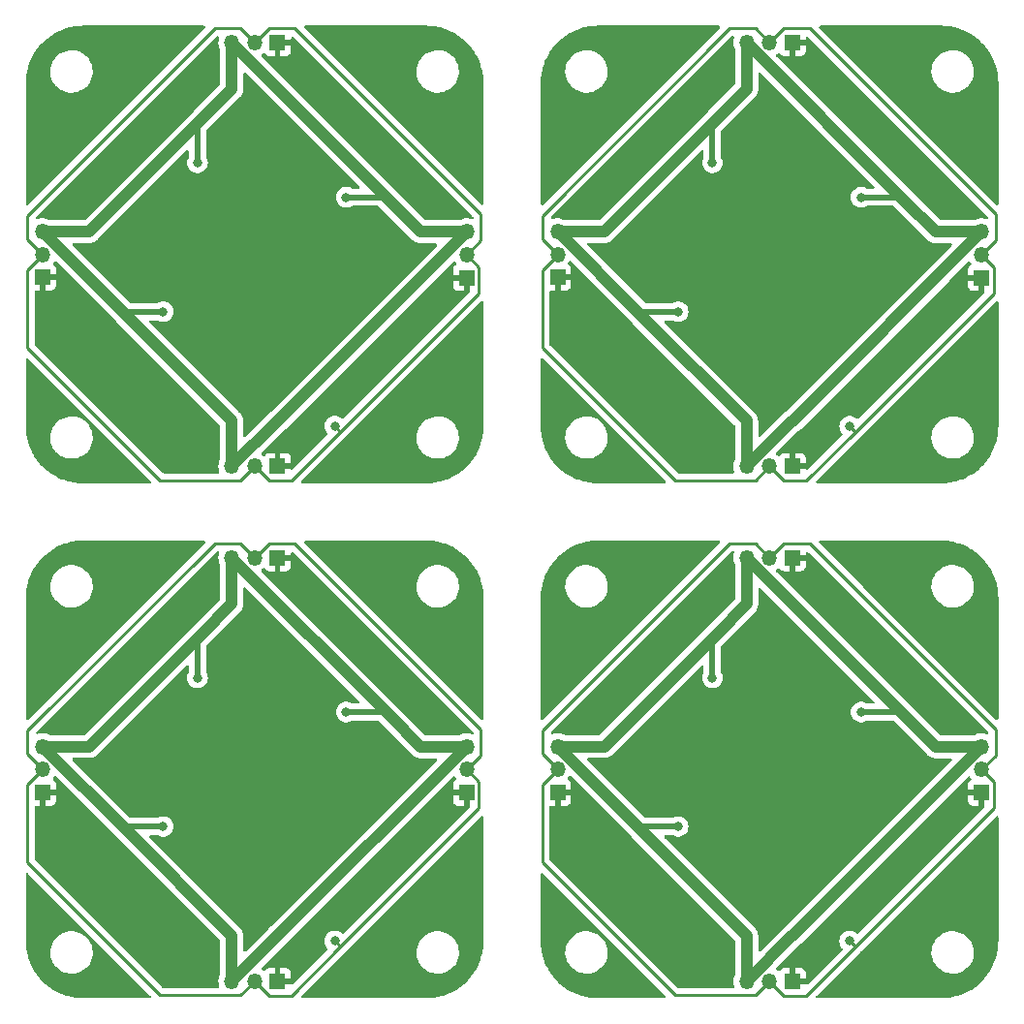
<source format=gbr>
%TF.GenerationSoftware,KiCad,Pcbnew,7.0.1*%
%TF.CreationDate,2023-09-10T14:19:26+09:00*%
%TF.ProjectId,cross_led,63726f73-735f-46c6-9564-2e6b69636164,rev?*%
%TF.SameCoordinates,Original*%
%TF.FileFunction,Copper,L2,Bot*%
%TF.FilePolarity,Positive*%
%FSLAX46Y46*%
G04 Gerber Fmt 4.6, Leading zero omitted, Abs format (unit mm)*
G04 Created by KiCad (PCBNEW 7.0.1) date 2023-09-10 14:19:26*
%MOMM*%
%LPD*%
G01*
G04 APERTURE LIST*
%TA.AperFunction,ComponentPad*%
%ADD10R,1.350000X1.350000*%
%TD*%
%TA.AperFunction,ComponentPad*%
%ADD11O,1.350000X1.350000*%
%TD*%
%TA.AperFunction,ViaPad*%
%ADD12C,0.800000*%
%TD*%
%TA.AperFunction,ViaPad*%
%ADD13C,0.500000*%
%TD*%
%TA.AperFunction,Conductor*%
%ADD14C,1.000000*%
%TD*%
%TA.AperFunction,Conductor*%
%ADD15C,0.500000*%
%TD*%
%TA.AperFunction,Conductor*%
%ADD16C,0.250000*%
%TD*%
G04 APERTURE END LIST*
D10*
%TO.P,J202,1,Pin_1*%
%TO.N,GND*%
X182825000Y-70825000D03*
D11*
%TO.P,J202,2,Pin_2*%
%TO.N,/cross_led/LED_IN*%
X182825000Y-68825000D03*
%TO.P,J202,3,Pin_3*%
%TO.N,+5V*%
X182825000Y-66825000D03*
%TD*%
D10*
%TO.P,J203,1,Pin_1*%
%TO.N,GND*%
X121300000Y-132325000D03*
D11*
%TO.P,J203,2,Pin_2*%
%TO.N,/cross_led/LED_IN*%
X119300000Y-132325000D03*
%TO.P,J203,3,Pin_3*%
%TO.N,+5V*%
X117300000Y-132325000D03*
%TD*%
D10*
%TO.P,J201,1,Pin_1*%
%TO.N,GND*%
X121300000Y-50300000D03*
D11*
%TO.P,J201,2,Pin_2*%
%TO.N,/cross_led/LED_IN*%
X119300000Y-50300000D03*
%TO.P,J201,3,Pin_3*%
%TO.N,+5V*%
X117300000Y-50300000D03*
%TD*%
D10*
%TO.P,J204,1,Pin_1*%
%TO.N,GND*%
X145775000Y-70800000D03*
D11*
%TO.P,J204,2,Pin_2*%
%TO.N,/cross_led/LED_IN*%
X145775000Y-68800000D03*
%TO.P,J204,3,Pin_3*%
%TO.N,+5V*%
X145775000Y-66800000D03*
%TD*%
D10*
%TO.P,J201,1,Pin_1*%
%TO.N,GND*%
X166300000Y-95300000D03*
D11*
%TO.P,J201,2,Pin_2*%
%TO.N,/cross_led/LED_IN*%
X164300000Y-95300000D03*
%TO.P,J201,3,Pin_3*%
%TO.N,+5V*%
X162300000Y-95300000D03*
%TD*%
D10*
%TO.P,J204,1,Pin_1*%
%TO.N,GND*%
X145775000Y-115800000D03*
D11*
%TO.P,J204,2,Pin_2*%
%TO.N,/cross_led/LED_IN*%
X145775000Y-113800000D03*
%TO.P,J204,3,Pin_3*%
%TO.N,+5V*%
X145775000Y-111800000D03*
%TD*%
D10*
%TO.P,J201,1,Pin_1*%
%TO.N,GND*%
X121300000Y-95300000D03*
D11*
%TO.P,J201,2,Pin_2*%
%TO.N,/cross_led/LED_IN*%
X119300000Y-95300000D03*
%TO.P,J201,3,Pin_3*%
%TO.N,+5V*%
X117300000Y-95300000D03*
%TD*%
D10*
%TO.P,J201,1,Pin_1*%
%TO.N,GND*%
X166300000Y-50300000D03*
D11*
%TO.P,J201,2,Pin_2*%
%TO.N,/cross_led/LED_IN*%
X164300000Y-50300000D03*
%TO.P,J201,3,Pin_3*%
%TO.N,+5V*%
X162300000Y-50300000D03*
%TD*%
D10*
%TO.P,J202,1,Pin_1*%
%TO.N,GND*%
X182825000Y-115825000D03*
D11*
%TO.P,J202,2,Pin_2*%
%TO.N,/cross_led/LED_IN*%
X182825000Y-113825000D03*
%TO.P,J202,3,Pin_3*%
%TO.N,+5V*%
X182825000Y-111825000D03*
%TD*%
D10*
%TO.P,J203,1,Pin_1*%
%TO.N,GND*%
X166300000Y-87325000D03*
D11*
%TO.P,J203,2,Pin_2*%
%TO.N,/cross_led/LED_IN*%
X164300000Y-87325000D03*
%TO.P,J203,3,Pin_3*%
%TO.N,+5V*%
X162300000Y-87325000D03*
%TD*%
D10*
%TO.P,J204,1,Pin_1*%
%TO.N,GND*%
X100775000Y-115800000D03*
D11*
%TO.P,J204,2,Pin_2*%
%TO.N,/cross_led/LED_IN*%
X100775000Y-113800000D03*
%TO.P,J204,3,Pin_3*%
%TO.N,+5V*%
X100775000Y-111800000D03*
%TD*%
D10*
%TO.P,J202,1,Pin_1*%
%TO.N,GND*%
X137825000Y-115825000D03*
D11*
%TO.P,J202,2,Pin_2*%
%TO.N,/cross_led/LED_IN*%
X137825000Y-113825000D03*
%TO.P,J202,3,Pin_3*%
%TO.N,+5V*%
X137825000Y-111825000D03*
%TD*%
D10*
%TO.P,J202,1,Pin_1*%
%TO.N,GND*%
X137825000Y-70825000D03*
D11*
%TO.P,J202,2,Pin_2*%
%TO.N,/cross_led/LED_IN*%
X137825000Y-68825000D03*
%TO.P,J202,3,Pin_3*%
%TO.N,+5V*%
X137825000Y-66825000D03*
%TD*%
D10*
%TO.P,J204,1,Pin_1*%
%TO.N,GND*%
X100775000Y-70800000D03*
D11*
%TO.P,J204,2,Pin_2*%
%TO.N,/cross_led/LED_IN*%
X100775000Y-68800000D03*
%TO.P,J204,3,Pin_3*%
%TO.N,+5V*%
X100775000Y-66800000D03*
%TD*%
D10*
%TO.P,J203,1,Pin_1*%
%TO.N,GND*%
X121300000Y-87325000D03*
D11*
%TO.P,J203,2,Pin_2*%
%TO.N,/cross_led/LED_IN*%
X119300000Y-87325000D03*
%TO.P,J203,3,Pin_3*%
%TO.N,+5V*%
X117300000Y-87325000D03*
%TD*%
D10*
%TO.P,J203,1,Pin_1*%
%TO.N,GND*%
X166300000Y-132325000D03*
D11*
%TO.P,J203,2,Pin_2*%
%TO.N,/cross_led/LED_IN*%
X164300000Y-132325000D03*
%TO.P,J203,3,Pin_3*%
%TO.N,+5V*%
X162300000Y-132325000D03*
%TD*%
D12*
%TO.N,+5V*%
X172300000Y-63800000D03*
X111300000Y-73800000D03*
X159300000Y-105800000D03*
X172300000Y-108800000D03*
X156300000Y-73800000D03*
X127300000Y-63800000D03*
X114300000Y-105800000D03*
X156300000Y-118800000D03*
D13*
X170700000Y-124200000D03*
D12*
X114300000Y-60800000D03*
X111300000Y-118800000D03*
X127300000Y-108800000D03*
D13*
X125700000Y-79200000D03*
X125700000Y-124200000D03*
X170700000Y-79200000D03*
D12*
X159300000Y-60800000D03*
%TO.N,GND*%
X182300000Y-122800000D03*
X116300000Y-122800000D03*
X175300000Y-50800000D03*
X164100000Y-71600000D03*
X155300000Y-109800000D03*
X134300000Y-118800000D03*
X167300000Y-111000000D03*
X179300000Y-118800000D03*
X154300000Y-81800000D03*
X175300000Y-95800000D03*
X130300000Y-50800000D03*
X179300000Y-73800000D03*
X174300000Y-58800000D03*
X101700000Y-104400000D03*
X167300000Y-66000000D03*
X128300000Y-72800000D03*
X110300000Y-109800000D03*
X123300000Y-103800000D03*
X130300000Y-95800000D03*
X168300000Y-58800000D03*
X128300000Y-117800000D03*
X109300000Y-58800000D03*
X116300000Y-77800000D03*
X107300000Y-87800000D03*
X137300000Y-77800000D03*
X173300000Y-72800000D03*
X154300000Y-58800000D03*
X116900000Y-62200000D03*
X161300000Y-122800000D03*
X107300000Y-132800000D03*
X134300000Y-73800000D03*
X127300000Y-132800000D03*
X109300000Y-50800000D03*
X116900000Y-107200000D03*
X122300000Y-111000000D03*
X161900000Y-62200000D03*
X161300000Y-77800000D03*
X152300000Y-132800000D03*
X164100000Y-116600000D03*
X168300000Y-103800000D03*
X129300000Y-103800000D03*
X109300000Y-103800000D03*
X119100000Y-71600000D03*
X110300000Y-64800000D03*
X109300000Y-81800000D03*
X174300000Y-103800000D03*
X109300000Y-95800000D03*
X182300000Y-77800000D03*
X152300000Y-87800000D03*
X127300000Y-87800000D03*
X154300000Y-50800000D03*
X146700000Y-104400000D03*
X109300000Y-126800000D03*
X154300000Y-126800000D03*
X137300000Y-122800000D03*
X101700000Y-59400000D03*
X123300000Y-58800000D03*
X155300000Y-64800000D03*
X119100000Y-116600000D03*
X161900000Y-107200000D03*
X154300000Y-95800000D03*
X173300000Y-117800000D03*
X154300000Y-103800000D03*
X172300000Y-132800000D03*
X122300000Y-66000000D03*
X172300000Y-87800000D03*
X146700000Y-59400000D03*
X129300000Y-58800000D03*
%TO.N,/cross_led/LED_IN*%
X126300000Y-83800000D03*
X126300000Y-128800000D03*
X171300000Y-128800000D03*
X171300000Y-83800000D03*
%TD*%
D14*
%TO.N,+5V*%
X133825000Y-111825000D02*
X131050000Y-109050000D01*
X121275000Y-128375000D02*
X137825000Y-111825000D01*
X176050000Y-64050000D02*
X162300000Y-50300000D01*
X121250000Y-128375000D02*
X117300000Y-132325000D01*
X166250000Y-83375000D02*
X162300000Y-87325000D01*
D15*
X130800000Y-108800000D02*
X131050000Y-109050000D01*
D14*
X162300000Y-95300000D02*
X162300000Y-99350000D01*
X162300000Y-87325000D02*
X162300000Y-83350000D01*
D15*
X111300000Y-118800000D02*
X108300000Y-118800000D01*
D14*
X162300000Y-99350000D02*
X159575000Y-102075000D01*
D15*
X153300000Y-118800000D02*
X153025000Y-119075000D01*
X156300000Y-118800000D02*
X153300000Y-118800000D01*
D14*
X117300000Y-83350000D02*
X108025000Y-74075000D01*
X145775000Y-66800000D02*
X153025000Y-74050000D01*
D15*
X111300000Y-73800000D02*
X108300000Y-73800000D01*
X159300000Y-57350000D02*
X159575000Y-57075000D01*
X175800000Y-108800000D02*
X176050000Y-109050000D01*
X159300000Y-60800000D02*
X159300000Y-57350000D01*
D14*
X145775000Y-111800000D02*
X153025000Y-119050000D01*
X104850000Y-66800000D02*
X114575000Y-57075000D01*
X117300000Y-50300000D02*
X117300000Y-54350000D01*
X117300000Y-54350000D02*
X114575000Y-57075000D01*
X100775000Y-111800000D02*
X108025000Y-119050000D01*
X162300000Y-50300000D02*
X162300000Y-54350000D01*
X149850000Y-66800000D02*
X159575000Y-57075000D01*
D15*
X114300000Y-105800000D02*
X114300000Y-102350000D01*
D14*
X131050000Y-64050000D02*
X117300000Y-50300000D01*
X108025000Y-119050000D02*
X108025000Y-119075000D01*
X149850000Y-111800000D02*
X159575000Y-102075000D01*
X100775000Y-66800000D02*
X104850000Y-66800000D01*
D15*
X127300000Y-108800000D02*
X130800000Y-108800000D01*
D14*
X178825000Y-66825000D02*
X176050000Y-64050000D01*
X121275000Y-83375000D02*
X121250000Y-83375000D01*
D15*
X159300000Y-105800000D02*
X159300000Y-102350000D01*
D14*
X182825000Y-66825000D02*
X178825000Y-66825000D01*
X117300000Y-128350000D02*
X108025000Y-119075000D01*
D15*
X172300000Y-63800000D02*
X175800000Y-63800000D01*
D14*
X137825000Y-66825000D02*
X133825000Y-66825000D01*
X137825000Y-111825000D02*
X133825000Y-111825000D01*
X133825000Y-66825000D02*
X131050000Y-64050000D01*
D15*
X153300000Y-73800000D02*
X153025000Y-74075000D01*
D14*
X153025000Y-74050000D02*
X153025000Y-74075000D01*
D15*
X175800000Y-63800000D02*
X176050000Y-64050000D01*
D14*
X178825000Y-111825000D02*
X176050000Y-109050000D01*
D15*
X127300000Y-63800000D02*
X130800000Y-63800000D01*
D14*
X117300000Y-99350000D02*
X114575000Y-102075000D01*
X162300000Y-128350000D02*
X153025000Y-119075000D01*
X162300000Y-132325000D02*
X162300000Y-128350000D01*
X117300000Y-87325000D02*
X117300000Y-83350000D01*
D15*
X114300000Y-60800000D02*
X114300000Y-57350000D01*
D14*
X121250000Y-83375000D02*
X117300000Y-87325000D01*
D15*
X114300000Y-57350000D02*
X114575000Y-57075000D01*
D14*
X131050000Y-109050000D02*
X117300000Y-95300000D01*
X145775000Y-66800000D02*
X149850000Y-66800000D01*
X117300000Y-95300000D02*
X117300000Y-99350000D01*
X166275000Y-128375000D02*
X166250000Y-128375000D01*
X166275000Y-83375000D02*
X166250000Y-83375000D01*
X153025000Y-119050000D02*
X153025000Y-119075000D01*
D15*
X156300000Y-73800000D02*
X153300000Y-73800000D01*
D14*
X166250000Y-128375000D02*
X162300000Y-132325000D01*
X166275000Y-128375000D02*
X182825000Y-111825000D01*
X121275000Y-128375000D02*
X121250000Y-128375000D01*
X117300000Y-132325000D02*
X117300000Y-128350000D01*
D15*
X172300000Y-108800000D02*
X175800000Y-108800000D01*
D14*
X104850000Y-111800000D02*
X114575000Y-102075000D01*
D15*
X108300000Y-73800000D02*
X108025000Y-74075000D01*
D14*
X162300000Y-83350000D02*
X153025000Y-74075000D01*
X176050000Y-109050000D02*
X162300000Y-95300000D01*
X182825000Y-111825000D02*
X178825000Y-111825000D01*
D15*
X114300000Y-102350000D02*
X114575000Y-102075000D01*
D14*
X162300000Y-54350000D02*
X159575000Y-57075000D01*
D15*
X108300000Y-118800000D02*
X108025000Y-119075000D01*
D14*
X100775000Y-111800000D02*
X104850000Y-111800000D01*
X145775000Y-111800000D02*
X149850000Y-111800000D01*
X166275000Y-83375000D02*
X182825000Y-66825000D01*
D15*
X130800000Y-63800000D02*
X131050000Y-64050000D01*
D14*
X108025000Y-74050000D02*
X108025000Y-74075000D01*
X121275000Y-83375000D02*
X137825000Y-66825000D01*
X100775000Y-66800000D02*
X108025000Y-74050000D01*
D15*
X159300000Y-102350000D02*
X159575000Y-102075000D01*
D16*
%TO.N,/cross_led/LED_IN*%
X156050000Y-88550000D02*
X144425000Y-76925000D01*
X99425000Y-112450000D02*
X100775000Y-113800000D01*
X115800000Y-49050000D02*
X118050000Y-49050000D01*
X139050000Y-67600000D02*
X137825000Y-68825000D01*
X163050000Y-94050000D02*
X164300000Y-95300000D01*
X139050000Y-110300000D02*
X139050000Y-112600000D01*
X139050000Y-65300000D02*
X139050000Y-67600000D01*
X144425000Y-70150000D02*
X145775000Y-68800000D01*
X126300000Y-128800000D02*
X126800000Y-129300000D01*
X99425000Y-110425000D02*
X99425000Y-112450000D01*
X111050000Y-88550000D02*
X99425000Y-76925000D01*
X137825000Y-113825000D02*
X138900000Y-114900000D01*
X183900000Y-114900000D02*
X183900000Y-117200000D01*
X167800000Y-49050000D02*
X184050000Y-65300000D01*
X171300000Y-83800000D02*
X171800000Y-84300000D01*
X138900000Y-69900000D02*
X138900000Y-72200000D01*
X163050000Y-88550000D02*
X156050000Y-88550000D01*
X99425000Y-110425000D02*
X115800000Y-94050000D01*
X122500000Y-88600000D02*
X120550000Y-88600000D01*
X182825000Y-113825000D02*
X183900000Y-114900000D01*
X171800000Y-84300000D02*
X167500000Y-88600000D01*
X184050000Y-65300000D02*
X184050000Y-67600000D01*
X183900000Y-69900000D02*
X183900000Y-72200000D01*
X99425000Y-65425000D02*
X99425000Y-67450000D01*
X167800000Y-94050000D02*
X184050000Y-110300000D01*
X119300000Y-50300000D02*
X120550000Y-49050000D01*
X137825000Y-68825000D02*
X138900000Y-69900000D01*
X164300000Y-95300000D02*
X165550000Y-94050000D01*
X184050000Y-112600000D02*
X182825000Y-113825000D01*
X171800000Y-129300000D02*
X167500000Y-133600000D01*
X156050000Y-133550000D02*
X144425000Y-121925000D01*
X144425000Y-110425000D02*
X160800000Y-94050000D01*
X118050000Y-94050000D02*
X119300000Y-95300000D01*
X120550000Y-133600000D02*
X119275000Y-132325000D01*
X99425000Y-67450000D02*
X100775000Y-68800000D01*
X126300000Y-83800000D02*
X126800000Y-84300000D01*
X115800000Y-94050000D02*
X118050000Y-94050000D01*
X183900000Y-72200000D02*
X171800000Y-84300000D01*
X138900000Y-117200000D02*
X126800000Y-129300000D01*
X111050000Y-133550000D02*
X99425000Y-121925000D01*
X138900000Y-72200000D02*
X126800000Y-84300000D01*
X126800000Y-84300000D02*
X122500000Y-88600000D01*
X167500000Y-88600000D02*
X165550000Y-88600000D01*
X122800000Y-94050000D02*
X139050000Y-110300000D01*
X144425000Y-115150000D02*
X145775000Y-113800000D01*
X99425000Y-76925000D02*
X99425000Y-70150000D01*
X164300000Y-50300000D02*
X165550000Y-49050000D01*
X120550000Y-49050000D02*
X122800000Y-49050000D01*
X164275000Y-132325000D02*
X163050000Y-133550000D01*
X144425000Y-112450000D02*
X145775000Y-113800000D01*
X118050000Y-133550000D02*
X111050000Y-133550000D01*
X163050000Y-49050000D02*
X164300000Y-50300000D01*
X118050000Y-49050000D02*
X119300000Y-50300000D01*
X99425000Y-121925000D02*
X99425000Y-115150000D01*
X165550000Y-49050000D02*
X167800000Y-49050000D01*
X139050000Y-112600000D02*
X137825000Y-113825000D01*
X167500000Y-133600000D02*
X165550000Y-133600000D01*
X144425000Y-65425000D02*
X160800000Y-49050000D01*
X118050000Y-88550000D02*
X111050000Y-88550000D01*
X160800000Y-49050000D02*
X163050000Y-49050000D01*
X183900000Y-117200000D02*
X171800000Y-129300000D01*
X119300000Y-95300000D02*
X120550000Y-94050000D01*
X163050000Y-133550000D02*
X156050000Y-133550000D01*
X122500000Y-133600000D02*
X120550000Y-133600000D01*
X119275000Y-87325000D02*
X118050000Y-88550000D01*
X144425000Y-76925000D02*
X144425000Y-70150000D01*
X164275000Y-87325000D02*
X163050000Y-88550000D01*
X144425000Y-110425000D02*
X144425000Y-112450000D01*
X165550000Y-133600000D02*
X164275000Y-132325000D01*
X120550000Y-88600000D02*
X119275000Y-87325000D01*
X165550000Y-94050000D02*
X167800000Y-94050000D01*
X144425000Y-67450000D02*
X145775000Y-68800000D01*
X171300000Y-128800000D02*
X171800000Y-129300000D01*
X138900000Y-114900000D02*
X138900000Y-117200000D01*
X144425000Y-65425000D02*
X144425000Y-67450000D01*
X99425000Y-115150000D02*
X100775000Y-113800000D01*
X184050000Y-110300000D02*
X184050000Y-112600000D01*
X120550000Y-94050000D02*
X122800000Y-94050000D01*
X165550000Y-88600000D02*
X164275000Y-87325000D01*
X182825000Y-68825000D02*
X183900000Y-69900000D01*
X160800000Y-94050000D02*
X163050000Y-94050000D01*
X119275000Y-132325000D02*
X118050000Y-133550000D01*
X144425000Y-121925000D02*
X144425000Y-115150000D01*
X99425000Y-65425000D02*
X115800000Y-49050000D01*
X126800000Y-129300000D02*
X122500000Y-133600000D01*
X122800000Y-49050000D02*
X139050000Y-65300000D01*
X184050000Y-67600000D02*
X182825000Y-68825000D01*
X99425000Y-70150000D02*
X100775000Y-68800000D01*
%TD*%
%TA.AperFunction,Conductor*%
%TO.N,GND*%
G36*
X184248385Y-117884134D02*
G01*
X184285985Y-117928157D01*
X184299500Y-117984452D01*
X184299500Y-128797438D01*
X184299394Y-128802563D01*
X184290525Y-129016987D01*
X184290513Y-129017271D01*
X184281948Y-129213428D01*
X184281114Y-129223357D01*
X184254568Y-129436321D01*
X184254459Y-129437169D01*
X184228422Y-129634936D01*
X184226844Y-129644196D01*
X184182971Y-129853439D01*
X184182671Y-129854832D01*
X184139321Y-130050371D01*
X184137105Y-130058914D01*
X184076186Y-130263538D01*
X184075602Y-130265444D01*
X184015302Y-130456689D01*
X184012559Y-130464475D01*
X183935008Y-130663224D01*
X183934051Y-130665603D01*
X183857260Y-130850993D01*
X183854099Y-130858001D01*
X183760437Y-131049587D01*
X183759026Y-131052383D01*
X183666346Y-131230420D01*
X183662880Y-131236636D01*
X183553743Y-131419793D01*
X183551800Y-131422946D01*
X183443920Y-131592282D01*
X183440257Y-131597710D01*
X183316399Y-131771184D01*
X183313858Y-131774616D01*
X183191626Y-131933912D01*
X183187872Y-131938567D01*
X183050107Y-132101226D01*
X183046908Y-132104858D01*
X182911254Y-132252899D01*
X182907512Y-132256807D01*
X182756807Y-132407512D01*
X182752899Y-132411254D01*
X182604858Y-132546908D01*
X182601226Y-132550107D01*
X182438567Y-132687872D01*
X182433912Y-132691626D01*
X182274616Y-132813858D01*
X182271184Y-132816399D01*
X182097710Y-132940257D01*
X182092282Y-132943920D01*
X181922946Y-133051800D01*
X181919793Y-133053743D01*
X181736636Y-133162880D01*
X181730420Y-133166346D01*
X181552383Y-133259026D01*
X181549587Y-133260437D01*
X181358001Y-133354099D01*
X181350993Y-133357260D01*
X181165603Y-133434051D01*
X181163224Y-133435008D01*
X180964475Y-133512559D01*
X180956689Y-133515302D01*
X180765444Y-133575602D01*
X180763538Y-133576186D01*
X180558914Y-133637105D01*
X180550371Y-133639321D01*
X180354832Y-133682671D01*
X180353439Y-133682971D01*
X180144196Y-133726844D01*
X180134936Y-133728422D01*
X179937169Y-133754459D01*
X179936321Y-133754568D01*
X179723357Y-133781114D01*
X179713428Y-133781948D01*
X179517381Y-133790508D01*
X179517097Y-133790520D01*
X179302563Y-133799394D01*
X179297438Y-133799500D01*
X168484452Y-133799500D01*
X168428157Y-133785985D01*
X168384134Y-133748385D01*
X168361979Y-133694898D01*
X168366521Y-133637182D01*
X168396771Y-133587819D01*
X170285315Y-131699275D01*
X172116825Y-129867764D01*
X178445787Y-129867764D01*
X178475413Y-130137016D01*
X178475414Y-130137018D01*
X178543928Y-130399088D01*
X178597720Y-130525670D01*
X178649871Y-130648392D01*
X178790982Y-130879611D01*
X178880253Y-130986881D01*
X178964255Y-131087820D01*
X179165998Y-131268582D01*
X179391910Y-131418044D01*
X179498211Y-131467875D01*
X179637177Y-131533021D01*
X179896562Y-131611058D01*
X179896569Y-131611060D01*
X180164561Y-131650500D01*
X180367631Y-131650500D01*
X180367634Y-131650500D01*
X180570156Y-131635677D01*
X180570156Y-131635676D01*
X180834553Y-131576780D01*
X181087558Y-131480014D01*
X181323777Y-131347441D01*
X181538177Y-131181888D01*
X181726186Y-130986881D01*
X181883799Y-130766579D01*
X182007656Y-130525675D01*
X182095118Y-130269305D01*
X182144319Y-130002933D01*
X182154212Y-129732235D01*
X182124586Y-129462982D01*
X182056072Y-129200912D01*
X181950130Y-128951610D01*
X181859168Y-128802563D01*
X181809017Y-128720388D01*
X181635746Y-128512181D01*
X181545941Y-128431716D01*
X181434002Y-128331418D01*
X181208090Y-128181956D01*
X181168383Y-128163342D01*
X180962822Y-128066978D01*
X180703437Y-127988941D01*
X180703431Y-127988940D01*
X180435439Y-127949500D01*
X180232369Y-127949500D01*
X180232366Y-127949500D01*
X180029843Y-127964322D01*
X179765449Y-128023219D01*
X179512441Y-128119986D01*
X179276223Y-128252559D01*
X179061825Y-128418109D01*
X178873813Y-128613120D01*
X178716201Y-128833420D01*
X178592342Y-129074329D01*
X178504881Y-129330695D01*
X178455680Y-129597066D01*
X178445787Y-129867764D01*
X172116825Y-129867764D01*
X172192200Y-129792389D01*
X172210178Y-129777517D01*
X172216938Y-129772924D01*
X172253631Y-129731301D01*
X172258934Y-129725655D01*
X172270120Y-129714471D01*
X172270121Y-129714468D01*
X172280906Y-129703685D01*
X172280913Y-129703675D01*
X184087818Y-117896771D01*
X184137182Y-117866521D01*
X184194898Y-117861979D01*
X184248385Y-117884134D01*
G37*
%TD.AperFunction*%
%TA.AperFunction,Conductor*%
G36*
X144462818Y-122866521D02*
G01*
X144512181Y-122896771D01*
X155203229Y-133587819D01*
X155233479Y-133637182D01*
X155238021Y-133694898D01*
X155215866Y-133748385D01*
X155171843Y-133785985D01*
X155115548Y-133799500D01*
X149302562Y-133799500D01*
X149297437Y-133799394D01*
X149082901Y-133790520D01*
X149082617Y-133790508D01*
X148886570Y-133781948D01*
X148876641Y-133781114D01*
X148663677Y-133754568D01*
X148662829Y-133754459D01*
X148465062Y-133728422D01*
X148455802Y-133726844D01*
X148246559Y-133682971D01*
X148245166Y-133682671D01*
X148049627Y-133639321D01*
X148041084Y-133637105D01*
X147836460Y-133576186D01*
X147834554Y-133575602D01*
X147643309Y-133515302D01*
X147635523Y-133512559D01*
X147506985Y-133462404D01*
X147436734Y-133434991D01*
X147434395Y-133434051D01*
X147249005Y-133357260D01*
X147241997Y-133354099D01*
X147050411Y-133260437D01*
X147047615Y-133259026D01*
X146869578Y-133166346D01*
X146863362Y-133162880D01*
X146680205Y-133053743D01*
X146677052Y-133051800D01*
X146507716Y-132943920D01*
X146502288Y-132940257D01*
X146328814Y-132816399D01*
X146325382Y-132813858D01*
X146166086Y-132691626D01*
X146161431Y-132687872D01*
X145998772Y-132550107D01*
X145995155Y-132546921D01*
X145847076Y-132411232D01*
X145843191Y-132407512D01*
X145692486Y-132256807D01*
X145688769Y-132252925D01*
X145553072Y-132104838D01*
X145549891Y-132101226D01*
X145412126Y-131938567D01*
X145408372Y-131933912D01*
X145286140Y-131774616D01*
X145283599Y-131771184D01*
X145159741Y-131597710D01*
X145156078Y-131592282D01*
X145048198Y-131422946D01*
X145046255Y-131419793D01*
X145045213Y-131418045D01*
X144970591Y-131292812D01*
X144937118Y-131236636D01*
X144933652Y-131230420D01*
X144840972Y-131052383D01*
X144839561Y-131049587D01*
X144827982Y-131025903D01*
X144745886Y-130857972D01*
X144742752Y-130851024D01*
X144665911Y-130665513D01*
X144665046Y-130663363D01*
X144587431Y-130464453D01*
X144584696Y-130456689D01*
X144566534Y-130399087D01*
X144524359Y-130265325D01*
X144523850Y-130263665D01*
X144462889Y-130058901D01*
X144460680Y-130050386D01*
X144420194Y-129867764D01*
X146445787Y-129867764D01*
X146475413Y-130137016D01*
X146475414Y-130137018D01*
X146543928Y-130399088D01*
X146597720Y-130525670D01*
X146649871Y-130648392D01*
X146790982Y-130879611D01*
X146880253Y-130986881D01*
X146964255Y-131087820D01*
X147165998Y-131268582D01*
X147391910Y-131418044D01*
X147498211Y-131467875D01*
X147637177Y-131533021D01*
X147896562Y-131611058D01*
X147896569Y-131611060D01*
X148164561Y-131650500D01*
X148367631Y-131650500D01*
X148367634Y-131650500D01*
X148570156Y-131635677D01*
X148570156Y-131635676D01*
X148834553Y-131576780D01*
X149087558Y-131480014D01*
X149323777Y-131347441D01*
X149538177Y-131181888D01*
X149726186Y-130986881D01*
X149883799Y-130766579D01*
X150007656Y-130525675D01*
X150095118Y-130269305D01*
X150144319Y-130002933D01*
X150154212Y-129732235D01*
X150124586Y-129462982D01*
X150056072Y-129200912D01*
X149950130Y-128951610D01*
X149859168Y-128802563D01*
X149809017Y-128720388D01*
X149635746Y-128512181D01*
X149545941Y-128431716D01*
X149434002Y-128331418D01*
X149208090Y-128181956D01*
X149168383Y-128163342D01*
X148962822Y-128066978D01*
X148703437Y-127988941D01*
X148703431Y-127988940D01*
X148435439Y-127949500D01*
X148232369Y-127949500D01*
X148232366Y-127949500D01*
X148029843Y-127964322D01*
X147765449Y-128023219D01*
X147512441Y-128119986D01*
X147276223Y-128252559D01*
X147061825Y-128418109D01*
X146873813Y-128613120D01*
X146716201Y-128833420D01*
X146592342Y-129074329D01*
X146504881Y-129330695D01*
X146455680Y-129597066D01*
X146445787Y-129867764D01*
X144420194Y-129867764D01*
X144417312Y-129854765D01*
X144417027Y-129853439D01*
X144411495Y-129827057D01*
X144373153Y-129644192D01*
X144371576Y-129634936D01*
X144368322Y-129610218D01*
X144345490Y-129436793D01*
X144345483Y-129436743D01*
X144318881Y-129223330D01*
X144318052Y-129213455D01*
X144309486Y-129017271D01*
X144300605Y-128802562D01*
X144300500Y-128797439D01*
X144300500Y-122984452D01*
X144314015Y-122928157D01*
X144351615Y-122884134D01*
X144405102Y-122861979D01*
X144462818Y-122866521D01*
G37*
%TD.AperFunction*%
%TA.AperFunction,Conductor*%
G36*
X146966745Y-114406666D02*
G01*
X152174830Y-119614751D01*
X152195566Y-119642252D01*
X152199589Y-119649499D01*
X152199591Y-119649502D01*
X152219404Y-119672581D01*
X152228856Y-119685116D01*
X152245599Y-119710520D01*
X152287300Y-119752221D01*
X152293705Y-119759132D01*
X152332134Y-119803896D01*
X152356193Y-119822519D01*
X152367972Y-119832893D01*
X161263181Y-128728101D01*
X161290061Y-128768329D01*
X161299500Y-128815782D01*
X161299500Y-131667913D01*
X161286500Y-131723185D01*
X161199181Y-131898542D01*
X161139564Y-132108074D01*
X161119464Y-132325000D01*
X161139564Y-132541925D01*
X161202327Y-132762511D01*
X161199873Y-132763208D01*
X161208948Y-132806230D01*
X161190506Y-132865779D01*
X161145418Y-132908830D01*
X161085080Y-132924500D01*
X156360452Y-132924500D01*
X156312999Y-132915061D01*
X156272771Y-132888181D01*
X145086819Y-121702228D01*
X145059939Y-121662000D01*
X145050500Y-121614547D01*
X145050500Y-117099000D01*
X145067113Y-117037000D01*
X145112500Y-116991613D01*
X145174500Y-116975000D01*
X145525000Y-116975000D01*
X145525000Y-116050000D01*
X146025000Y-116050000D01*
X146025000Y-116975000D01*
X146497824Y-116975000D01*
X146557375Y-116968597D01*
X146692089Y-116918352D01*
X146807188Y-116832188D01*
X146893352Y-116717089D01*
X146943597Y-116582375D01*
X146950000Y-116522824D01*
X146950000Y-116050000D01*
X146025000Y-116050000D01*
X145525000Y-116050000D01*
X145525000Y-115674000D01*
X145541613Y-115612000D01*
X145587000Y-115566613D01*
X145649000Y-115550000D01*
X146950000Y-115550000D01*
X146950000Y-115077176D01*
X146943597Y-115017624D01*
X146893352Y-114882910D01*
X146807188Y-114767811D01*
X146721594Y-114703735D01*
X146681848Y-114653121D01*
X146672824Y-114589402D01*
X146696951Y-114529742D01*
X146780110Y-114419621D01*
X146836056Y-114378044D01*
X146905592Y-114373218D01*
X146966745Y-114406666D01*
G37*
%TD.AperFunction*%
%TA.AperFunction,Conductor*%
G36*
X181763943Y-114403043D02*
G01*
X181819889Y-114444620D01*
X181903048Y-114554741D01*
X181927175Y-114614401D01*
X181918151Y-114678119D01*
X181878406Y-114728733D01*
X181792811Y-114792809D01*
X181706647Y-114907910D01*
X181656402Y-115042624D01*
X181650000Y-115102176D01*
X181650000Y-115575000D01*
X182951000Y-115575000D01*
X183013000Y-115591613D01*
X183058387Y-115637000D01*
X183075000Y-115699000D01*
X183075000Y-117012793D01*
X183089617Y-117038110D01*
X183089617Y-117102298D01*
X183057523Y-117157885D01*
X172084700Y-128130707D01*
X172027019Y-128163342D01*
X171960769Y-128161609D01*
X171917118Y-128133803D01*
X171916415Y-128134772D01*
X171752730Y-128015848D01*
X171579802Y-127938855D01*
X171394648Y-127899500D01*
X171394646Y-127899500D01*
X171205354Y-127899500D01*
X171205352Y-127899500D01*
X171020197Y-127938855D01*
X170847269Y-128015848D01*
X170694129Y-128127110D01*
X170567466Y-128267783D01*
X170472820Y-128431715D01*
X170414326Y-128611742D01*
X170394540Y-128800000D01*
X170414326Y-128988257D01*
X170472820Y-129168284D01*
X170567466Y-129332216D01*
X170638318Y-129410905D01*
X170666990Y-129465983D01*
X170665364Y-129528056D01*
X170633849Y-129581558D01*
X167645385Y-132570023D01*
X167589798Y-132602117D01*
X167525610Y-132602117D01*
X167478643Y-132575000D01*
X166174000Y-132575000D01*
X166112000Y-132558387D01*
X166066613Y-132513000D01*
X166050000Y-132451000D01*
X166050000Y-131150000D01*
X166550000Y-131150000D01*
X166550000Y-132075000D01*
X167475000Y-132075000D01*
X167475000Y-131602176D01*
X167468597Y-131542624D01*
X167418352Y-131407910D01*
X167332188Y-131292811D01*
X167217089Y-131206647D01*
X167082375Y-131156402D01*
X167022824Y-131150000D01*
X166550000Y-131150000D01*
X166050000Y-131150000D01*
X165577176Y-131150000D01*
X165517624Y-131156402D01*
X165382910Y-131206647D01*
X165267808Y-131292812D01*
X165205585Y-131375932D01*
X165151435Y-131417122D01*
X165083703Y-131423541D01*
X165022780Y-131393257D01*
X165011433Y-131382913D01*
X165011432Y-131382912D01*
X164954144Y-131347441D01*
X164925639Y-131329791D01*
X164886251Y-131290855D01*
X164867743Y-131238654D01*
X164873808Y-131183602D01*
X164903234Y-131136685D01*
X166814753Y-129225166D01*
X166842254Y-129204431D01*
X166849502Y-129200409D01*
X166872587Y-129180589D01*
X166885114Y-129171144D01*
X166910519Y-129154402D01*
X166952251Y-129112668D01*
X166959123Y-129106300D01*
X167003895Y-129067866D01*
X167022519Y-129043803D01*
X167032880Y-129032039D01*
X179989919Y-116075000D01*
X181650000Y-116075000D01*
X181650000Y-116547824D01*
X181656402Y-116607375D01*
X181706647Y-116742089D01*
X181792811Y-116857188D01*
X181907910Y-116943352D01*
X182042624Y-116993597D01*
X182102176Y-117000000D01*
X182575000Y-117000000D01*
X182575000Y-116075000D01*
X181650000Y-116075000D01*
X179989919Y-116075000D01*
X181633256Y-114431663D01*
X181694407Y-114398217D01*
X181763943Y-114403043D01*
G37*
%TD.AperFunction*%
%TA.AperFunction,Conductor*%
G36*
X163462818Y-97896852D02*
G01*
X163512181Y-97927102D01*
X173422898Y-107837819D01*
X173453148Y-107887182D01*
X173457690Y-107944898D01*
X173435535Y-107998385D01*
X173391512Y-108035985D01*
X173335217Y-108049500D01*
X172839337Y-108049500D01*
X172801018Y-108043431D01*
X172766450Y-108025817D01*
X172752728Y-108015847D01*
X172579802Y-107938855D01*
X172394648Y-107899500D01*
X172394646Y-107899500D01*
X172205354Y-107899500D01*
X172205352Y-107899500D01*
X172020197Y-107938855D01*
X171847269Y-108015848D01*
X171694129Y-108127110D01*
X171567466Y-108267783D01*
X171472820Y-108431715D01*
X171414326Y-108611742D01*
X171394540Y-108799999D01*
X171414326Y-108988257D01*
X171472820Y-109168284D01*
X171567466Y-109332216D01*
X171694129Y-109472889D01*
X171847269Y-109584151D01*
X172020197Y-109661144D01*
X172205352Y-109700500D01*
X172205354Y-109700500D01*
X172394646Y-109700500D01*
X172394648Y-109700500D01*
X172557385Y-109665909D01*
X172579803Y-109661144D01*
X172752730Y-109584151D01*
X172766449Y-109574183D01*
X172801018Y-109556569D01*
X172839337Y-109550500D01*
X175084217Y-109550500D01*
X175131670Y-109559939D01*
X175171898Y-109586819D01*
X178107449Y-112522370D01*
X178109642Y-112524619D01*
X178161717Y-112579402D01*
X178169941Y-112588053D01*
X178218358Y-112621752D01*
X178225865Y-112627413D01*
X178271593Y-112664698D01*
X178298556Y-112678782D01*
X178311980Y-112686915D01*
X178336951Y-112704295D01*
X178389818Y-112726982D01*
X178391163Y-112727559D01*
X178399663Y-112731595D01*
X178425286Y-112744980D01*
X178451951Y-112758909D01*
X178481196Y-112767277D01*
X178495986Y-112772543D01*
X178503464Y-112775752D01*
X178523942Y-112784540D01*
X178581737Y-112796416D01*
X178590854Y-112798654D01*
X178647582Y-112814887D01*
X178677916Y-112817196D01*
X178693453Y-112819374D01*
X178723259Y-112825500D01*
X178782243Y-112825500D01*
X178791657Y-112825858D01*
X178850477Y-112830337D01*
X178880652Y-112826493D01*
X178896318Y-112825500D01*
X180110217Y-112825500D01*
X180166512Y-112839015D01*
X180210535Y-112876615D01*
X180232690Y-112930102D01*
X180228148Y-112987818D01*
X180197898Y-113037181D01*
X165710248Y-127524830D01*
X165682752Y-127545564D01*
X165675497Y-127549591D01*
X165652407Y-127569412D01*
X165639882Y-127578856D01*
X165614484Y-127595595D01*
X165572782Y-127637297D01*
X165565875Y-127643698D01*
X165521104Y-127682134D01*
X165502480Y-127706194D01*
X165492107Y-127717971D01*
X163512181Y-129697899D01*
X163462818Y-129728149D01*
X163405102Y-129732691D01*
X163351615Y-129710536D01*
X163314015Y-129666513D01*
X163300500Y-129610218D01*
X163300500Y-128364279D01*
X163300540Y-128361137D01*
X163302757Y-128273638D01*
X163292350Y-128215574D01*
X163291041Y-128206242D01*
X163288571Y-128181954D01*
X163285074Y-128147562D01*
X163275964Y-128118528D01*
X163272227Y-128103305D01*
X163266858Y-128073347D01*
X163244969Y-128018549D01*
X163241816Y-128009689D01*
X163224160Y-127953415D01*
X163224159Y-127953414D01*
X163224159Y-127953412D01*
X163209396Y-127926816D01*
X163202663Y-127912636D01*
X163191379Y-127884385D01*
X163191378Y-127884383D01*
X163158901Y-127835106D01*
X163154040Y-127827082D01*
X163125409Y-127775498D01*
X163125408Y-127775496D01*
X163105593Y-127752415D01*
X163096144Y-127739883D01*
X163079402Y-127714481D01*
X163037699Y-127672779D01*
X163031292Y-127665866D01*
X162992865Y-127621103D01*
X162968802Y-127602477D01*
X162957022Y-127592102D01*
X155127101Y-119762181D01*
X155096851Y-119712818D01*
X155092309Y-119655102D01*
X155114464Y-119601615D01*
X155158487Y-119564015D01*
X155214782Y-119550500D01*
X155760663Y-119550500D01*
X155798982Y-119556569D01*
X155833550Y-119574183D01*
X155847271Y-119584152D01*
X156020197Y-119661144D01*
X156205352Y-119700500D01*
X156205354Y-119700500D01*
X156394646Y-119700500D01*
X156394648Y-119700500D01*
X156525996Y-119672581D01*
X156579803Y-119661144D01*
X156752730Y-119584151D01*
X156905871Y-119472888D01*
X157032533Y-119332216D01*
X157127179Y-119168284D01*
X157185674Y-118988256D01*
X157205460Y-118800000D01*
X157185674Y-118611744D01*
X157127179Y-118431716D01*
X157127179Y-118431715D01*
X157032533Y-118267783D01*
X156905870Y-118127110D01*
X156752730Y-118015848D01*
X156579802Y-117938855D01*
X156394648Y-117899500D01*
X156394646Y-117899500D01*
X156205354Y-117899500D01*
X156205352Y-117899500D01*
X156020197Y-117938855D01*
X155847271Y-118015847D01*
X155833550Y-118025817D01*
X155798982Y-118043431D01*
X155760663Y-118049500D01*
X153490783Y-118049500D01*
X153443330Y-118040061D01*
X153403102Y-118013181D01*
X148402101Y-113012181D01*
X148371851Y-112962818D01*
X148367309Y-112905102D01*
X148389464Y-112851615D01*
X148433487Y-112814015D01*
X148489782Y-112800500D01*
X149835721Y-112800500D01*
X149838862Y-112800539D01*
X149926363Y-112802757D01*
X149984432Y-112792348D01*
X149993736Y-112791043D01*
X150052438Y-112785074D01*
X150081467Y-112775965D01*
X150096700Y-112772226D01*
X150126653Y-112766858D01*
X150181426Y-112744978D01*
X150190301Y-112741819D01*
X150207675Y-112736367D01*
X150246588Y-112724159D01*
X150273194Y-112709390D01*
X150287362Y-112702662D01*
X150315617Y-112691377D01*
X150364879Y-112658909D01*
X150372910Y-112654043D01*
X150424502Y-112625409D01*
X150447587Y-112605589D01*
X150460114Y-112596144D01*
X150485519Y-112579402D01*
X150527251Y-112537668D01*
X150534123Y-112531300D01*
X150578895Y-112492866D01*
X150597524Y-112468798D01*
X150607883Y-112457036D01*
X158337818Y-104727101D01*
X158387182Y-104696851D01*
X158444898Y-104692309D01*
X158498385Y-104714464D01*
X158535985Y-104758487D01*
X158549500Y-104814782D01*
X158549500Y-105265678D01*
X158532887Y-105327678D01*
X158472820Y-105431715D01*
X158414326Y-105611742D01*
X158394540Y-105800000D01*
X158414326Y-105988257D01*
X158472820Y-106168284D01*
X158567466Y-106332216D01*
X158694129Y-106472889D01*
X158847269Y-106584151D01*
X159020197Y-106661144D01*
X159205352Y-106700500D01*
X159205354Y-106700500D01*
X159394646Y-106700500D01*
X159394648Y-106700500D01*
X159518083Y-106674262D01*
X159579803Y-106661144D01*
X159752730Y-106584151D01*
X159905871Y-106472888D01*
X160032533Y-106332216D01*
X160127179Y-106168284D01*
X160185674Y-105988256D01*
X160205460Y-105800000D01*
X160185674Y-105611744D01*
X160127179Y-105431716D01*
X160127179Y-105431715D01*
X160067113Y-105327678D01*
X160050500Y-105265678D01*
X160050500Y-103065783D01*
X160059939Y-103018331D01*
X160086818Y-102978103D01*
X160200306Y-102864613D01*
X160200311Y-102864609D01*
X160210517Y-102854402D01*
X160210519Y-102854402D01*
X162997389Y-100067529D01*
X162999559Y-100065413D01*
X163063053Y-100005059D01*
X163096759Y-99956630D01*
X163102428Y-99949113D01*
X163139698Y-99903407D01*
X163153783Y-99876439D01*
X163161918Y-99863015D01*
X163168373Y-99853740D01*
X163179295Y-99838049D01*
X163202568Y-99783815D01*
X163206598Y-99775331D01*
X163233908Y-99723051D01*
X163233909Y-99723049D01*
X163242278Y-99693797D01*
X163247534Y-99679032D01*
X163259540Y-99651058D01*
X163271418Y-99593256D01*
X163273651Y-99584156D01*
X163289887Y-99527418D01*
X163292197Y-99497077D01*
X163294376Y-99481535D01*
X163300500Y-99451741D01*
X163300500Y-99392758D01*
X163300858Y-99383344D01*
X163300964Y-99381946D01*
X163305337Y-99324524D01*
X163301493Y-99294348D01*
X163300500Y-99278683D01*
X163300500Y-98014783D01*
X163314015Y-97958488D01*
X163351615Y-97914465D01*
X163405102Y-97892310D01*
X163462818Y-97896852D01*
G37*
%TD.AperFunction*%
%TA.AperFunction,Conductor*%
G36*
X167637318Y-94791021D02*
G01*
X167686681Y-94821271D01*
X183388181Y-110522772D01*
X183415061Y-110563000D01*
X183424500Y-110610453D01*
X183424500Y-110615603D01*
X183410194Y-110673424D01*
X183370577Y-110717903D01*
X183314790Y-110738777D01*
X183255706Y-110731229D01*
X183148073Y-110689531D01*
X183148070Y-110689530D01*
X183148069Y-110689530D01*
X182933926Y-110649500D01*
X182716074Y-110649500D01*
X182531033Y-110684090D01*
X182501926Y-110689531D01*
X182298791Y-110768226D01*
X182237903Y-110805927D01*
X182172626Y-110824500D01*
X179290782Y-110824500D01*
X179243329Y-110815061D01*
X179203101Y-110788181D01*
X176843632Y-108428712D01*
X176843628Y-108428706D01*
X164903236Y-96488316D01*
X164873808Y-96441396D01*
X164867743Y-96386345D01*
X164886251Y-96334144D01*
X164925640Y-96295208D01*
X164943315Y-96284263D01*
X165011432Y-96242088D01*
X165022781Y-96231741D01*
X165083701Y-96201458D01*
X165151435Y-96207877D01*
X165205586Y-96249067D01*
X165267810Y-96332188D01*
X165382910Y-96418352D01*
X165517624Y-96468597D01*
X165577176Y-96475000D01*
X166050000Y-96475000D01*
X166050000Y-95550000D01*
X166550000Y-95550000D01*
X166550000Y-96475000D01*
X167022824Y-96475000D01*
X167082375Y-96468597D01*
X167217089Y-96418352D01*
X167332188Y-96332188D01*
X167418352Y-96217089D01*
X167468597Y-96082375D01*
X167475000Y-96022824D01*
X167475000Y-95550000D01*
X166550000Y-95550000D01*
X166050000Y-95550000D01*
X166050000Y-95174000D01*
X166066613Y-95112000D01*
X166112000Y-95066613D01*
X166174000Y-95050000D01*
X167475000Y-95050000D01*
X167475000Y-94908952D01*
X167488515Y-94852657D01*
X167526115Y-94808634D01*
X167579602Y-94786479D01*
X167637318Y-94791021D01*
G37*
%TD.AperFunction*%
%TA.AperFunction,Conductor*%
G36*
X161126274Y-94708416D02*
G01*
X161182259Y-94748690D01*
X161208068Y-94812644D01*
X161199160Y-94861587D01*
X161202327Y-94862489D01*
X161139564Y-95083074D01*
X161119464Y-95299999D01*
X161139564Y-95516925D01*
X161199181Y-95726457D01*
X161286500Y-95901815D01*
X161299500Y-95957087D01*
X161299500Y-98884217D01*
X161290061Y-98931670D01*
X161263181Y-98971898D01*
X158939481Y-101295598D01*
X149471899Y-110763181D01*
X149431671Y-110790061D01*
X149384218Y-110799500D01*
X146427374Y-110799500D01*
X146362097Y-110780927D01*
X146301208Y-110743226D01*
X146098073Y-110664531D01*
X146098070Y-110664530D01*
X146098069Y-110664530D01*
X145883926Y-110624500D01*
X145666074Y-110624500D01*
X145532335Y-110649500D01*
X145451930Y-110664530D01*
X145376695Y-110693677D01*
X145310243Y-110700144D01*
X145250070Y-110671215D01*
X145213621Y-110615277D01*
X145211462Y-110548546D01*
X145244218Y-110490371D01*
X160997031Y-94737559D01*
X161057433Y-94704279D01*
X161126274Y-94708416D01*
G37*
%TD.AperFunction*%
%TA.AperFunction,Conductor*%
G36*
X179302562Y-93800605D02*
G01*
X179517600Y-93809500D01*
X179713455Y-93818052D01*
X179723330Y-93818881D01*
X179936706Y-93845479D01*
X179936793Y-93845490D01*
X180134945Y-93871577D01*
X180144192Y-93873153D01*
X180353521Y-93917044D01*
X180354765Y-93917312D01*
X180550386Y-93960680D01*
X180558901Y-93962889D01*
X180763665Y-94023850D01*
X180765325Y-94024359D01*
X180956696Y-94084698D01*
X180964453Y-94087431D01*
X181163363Y-94165046D01*
X181165513Y-94165911D01*
X181351024Y-94242752D01*
X181357972Y-94245886D01*
X181525903Y-94327982D01*
X181549587Y-94339561D01*
X181552383Y-94340972D01*
X181730420Y-94433652D01*
X181736636Y-94437118D01*
X181919793Y-94546255D01*
X181922929Y-94548187D01*
X181986491Y-94588681D01*
X182092282Y-94656078D01*
X182097710Y-94659741D01*
X182271184Y-94783599D01*
X182274616Y-94786140D01*
X182433912Y-94908372D01*
X182438567Y-94912126D01*
X182601226Y-95049891D01*
X182604838Y-95053072D01*
X182752925Y-95188769D01*
X182756807Y-95192486D01*
X182907512Y-95343191D01*
X182911232Y-95347076D01*
X183046921Y-95495155D01*
X183050107Y-95498772D01*
X183187872Y-95661431D01*
X183191626Y-95666086D01*
X183313858Y-95825382D01*
X183316399Y-95828814D01*
X183440257Y-96002288D01*
X183443920Y-96007716D01*
X183551800Y-96177052D01*
X183553743Y-96180205D01*
X183662880Y-96363362D01*
X183666346Y-96369578D01*
X183759026Y-96547615D01*
X183760437Y-96550411D01*
X183854099Y-96741997D01*
X183857260Y-96749005D01*
X183934051Y-96934395D01*
X183934991Y-96936734D01*
X183940797Y-96951610D01*
X184012559Y-97135523D01*
X184015302Y-97143309D01*
X184075602Y-97334554D01*
X184076186Y-97336460D01*
X184137105Y-97541084D01*
X184139321Y-97549627D01*
X184182671Y-97745166D01*
X184182971Y-97746559D01*
X184226844Y-97955802D01*
X184228422Y-97965062D01*
X184254459Y-98162829D01*
X184254568Y-98163677D01*
X184281114Y-98376641D01*
X184281948Y-98386570D01*
X184290513Y-98582728D01*
X184290525Y-98583013D01*
X184299394Y-98797438D01*
X184299500Y-98802562D01*
X184299500Y-109365547D01*
X184285985Y-109421842D01*
X184248385Y-109465865D01*
X184194898Y-109488020D01*
X184137182Y-109483478D01*
X184087819Y-109453228D01*
X172502355Y-97867764D01*
X178445787Y-97867764D01*
X178475413Y-98137016D01*
X178486898Y-98180946D01*
X178543928Y-98399088D01*
X178649870Y-98648390D01*
X178649871Y-98648392D01*
X178790982Y-98879611D01*
X178880253Y-98986881D01*
X178964255Y-99087820D01*
X179165998Y-99268582D01*
X179391910Y-99418044D01*
X179463790Y-99451740D01*
X179637177Y-99533021D01*
X179896562Y-99611058D01*
X179896569Y-99611060D01*
X180164561Y-99650500D01*
X180367631Y-99650500D01*
X180367634Y-99650500D01*
X180570156Y-99635677D01*
X180570156Y-99635676D01*
X180834553Y-99576780D01*
X181087558Y-99480014D01*
X181323777Y-99347441D01*
X181538177Y-99181888D01*
X181726186Y-98986881D01*
X181883799Y-98766579D01*
X182007656Y-98525675D01*
X182095118Y-98269305D01*
X182144319Y-98002933D01*
X182154212Y-97732235D01*
X182124586Y-97462982D01*
X182056072Y-97200912D01*
X181950130Y-96951610D01*
X181809018Y-96720390D01*
X181809017Y-96720388D01*
X181635746Y-96512181D01*
X181594249Y-96475000D01*
X181434002Y-96331418D01*
X181208090Y-96181956D01*
X181197629Y-96177052D01*
X180962822Y-96066978D01*
X180703437Y-95988941D01*
X180703431Y-95988940D01*
X180435439Y-95949500D01*
X180232369Y-95949500D01*
X180232366Y-95949500D01*
X180029843Y-95964322D01*
X179765449Y-96023219D01*
X179512441Y-96119986D01*
X179276223Y-96252559D01*
X179061825Y-96418109D01*
X178873813Y-96613120D01*
X178716201Y-96833420D01*
X178592342Y-97074329D01*
X178504881Y-97330695D01*
X178455680Y-97597066D01*
X178445787Y-97867764D01*
X172502355Y-97867764D01*
X168646772Y-94012181D01*
X168616522Y-93962818D01*
X168611980Y-93905102D01*
X168634135Y-93851615D01*
X168678158Y-93814015D01*
X168734453Y-93800500D01*
X179297439Y-93800500D01*
X179302562Y-93800605D01*
G37*
%TD.AperFunction*%
%TA.AperFunction,Conductor*%
G36*
X159921843Y-93814015D02*
G01*
X159965866Y-93851615D01*
X159988021Y-93905102D01*
X159983479Y-93962818D01*
X159953229Y-94012181D01*
X144512181Y-109453228D01*
X144462818Y-109483478D01*
X144405102Y-109488020D01*
X144351615Y-109465865D01*
X144314015Y-109421842D01*
X144300500Y-109365547D01*
X144300500Y-98802561D01*
X144300606Y-98797437D01*
X144301882Y-98766579D01*
X144309488Y-98582687D01*
X144318052Y-98386540D01*
X144318881Y-98376673D01*
X144345491Y-98163195D01*
X144371578Y-97965045D01*
X144373151Y-97955816D01*
X144391613Y-97867764D01*
X146445787Y-97867764D01*
X146475413Y-98137016D01*
X146486898Y-98180946D01*
X146543928Y-98399088D01*
X146649870Y-98648390D01*
X146649871Y-98648392D01*
X146790982Y-98879611D01*
X146880253Y-98986881D01*
X146964255Y-99087820D01*
X147165998Y-99268582D01*
X147391910Y-99418044D01*
X147463790Y-99451740D01*
X147637177Y-99533021D01*
X147896562Y-99611058D01*
X147896569Y-99611060D01*
X148164561Y-99650500D01*
X148367631Y-99650500D01*
X148367634Y-99650500D01*
X148570156Y-99635677D01*
X148570156Y-99635676D01*
X148834553Y-99576780D01*
X149087558Y-99480014D01*
X149323777Y-99347441D01*
X149538177Y-99181888D01*
X149726186Y-98986881D01*
X149883799Y-98766579D01*
X150007656Y-98525675D01*
X150095118Y-98269305D01*
X150144319Y-98002933D01*
X150154212Y-97732235D01*
X150124586Y-97462982D01*
X150056072Y-97200912D01*
X149950130Y-96951610D01*
X149809018Y-96720390D01*
X149809017Y-96720388D01*
X149635746Y-96512181D01*
X149594249Y-96475000D01*
X149434002Y-96331418D01*
X149208090Y-96181956D01*
X149197629Y-96177052D01*
X148962822Y-96066978D01*
X148703437Y-95988941D01*
X148703431Y-95988940D01*
X148435439Y-95949500D01*
X148232369Y-95949500D01*
X148232366Y-95949500D01*
X148029843Y-95964322D01*
X147765449Y-96023219D01*
X147512441Y-96119986D01*
X147276223Y-96252559D01*
X147061825Y-96418109D01*
X146873813Y-96613120D01*
X146716201Y-96833420D01*
X146592342Y-97074329D01*
X146504881Y-97330695D01*
X146455680Y-97597066D01*
X146445787Y-97867764D01*
X144391613Y-97867764D01*
X144417062Y-97746392D01*
X144417297Y-97745302D01*
X144460684Y-97549599D01*
X144462885Y-97541111D01*
X144523875Y-97336253D01*
X144524337Y-97334743D01*
X144584704Y-97143284D01*
X144587423Y-97135565D01*
X144665074Y-96936564D01*
X144665883Y-96934553D01*
X144742762Y-96748951D01*
X144745874Y-96742051D01*
X144839587Y-96550357D01*
X144840945Y-96547667D01*
X144933667Y-96369551D01*
X144937118Y-96363362D01*
X144941045Y-96356772D01*
X145046295Y-96180139D01*
X145048150Y-96177129D01*
X145156090Y-96007697D01*
X145159721Y-96002316D01*
X145283635Y-95828764D01*
X145286102Y-95825433D01*
X145408401Y-95666048D01*
X145412114Y-95661445D01*
X145549903Y-95498758D01*
X145553027Y-95495211D01*
X145688811Y-95347028D01*
X145692440Y-95343238D01*
X145843238Y-95192440D01*
X145847028Y-95188811D01*
X145995211Y-95053027D01*
X145998758Y-95049903D01*
X146161445Y-94912114D01*
X146166048Y-94908401D01*
X146325433Y-94786102D01*
X146328764Y-94783635D01*
X146502316Y-94659721D01*
X146507697Y-94656090D01*
X146677129Y-94548150D01*
X146680139Y-94546295D01*
X146863373Y-94437111D01*
X146869551Y-94433667D01*
X147047667Y-94340945D01*
X147050357Y-94339587D01*
X147242051Y-94245874D01*
X147248951Y-94242762D01*
X147434553Y-94165883D01*
X147436564Y-94165074D01*
X147635565Y-94087423D01*
X147643284Y-94084704D01*
X147834743Y-94024337D01*
X147836253Y-94023875D01*
X148041111Y-93962885D01*
X148049599Y-93960684D01*
X148245302Y-93917297D01*
X148246392Y-93917062D01*
X148455816Y-93873151D01*
X148465045Y-93871578D01*
X148663195Y-93845491D01*
X148876673Y-93818881D01*
X148886540Y-93818052D01*
X149082628Y-93809490D01*
X149297437Y-93800605D01*
X149302561Y-93800500D01*
X159865548Y-93800500D01*
X159921843Y-93814015D01*
G37*
%TD.AperFunction*%
%TD*%
%TA.AperFunction,Conductor*%
%TO.N,GND*%
G36*
X139248385Y-72884134D02*
G01*
X139285985Y-72928157D01*
X139299500Y-72984452D01*
X139299500Y-83797438D01*
X139299394Y-83802563D01*
X139290525Y-84016987D01*
X139290513Y-84017271D01*
X139281948Y-84213428D01*
X139281114Y-84223357D01*
X139254568Y-84436321D01*
X139254459Y-84437169D01*
X139228422Y-84634936D01*
X139226844Y-84644196D01*
X139182971Y-84853439D01*
X139182671Y-84854832D01*
X139139321Y-85050371D01*
X139137105Y-85058914D01*
X139076186Y-85263538D01*
X139075602Y-85265444D01*
X139015302Y-85456689D01*
X139012559Y-85464475D01*
X138935008Y-85663224D01*
X138934051Y-85665603D01*
X138857260Y-85850993D01*
X138854099Y-85858001D01*
X138760437Y-86049587D01*
X138759026Y-86052383D01*
X138666346Y-86230420D01*
X138662880Y-86236636D01*
X138553743Y-86419793D01*
X138551800Y-86422946D01*
X138443920Y-86592282D01*
X138440257Y-86597710D01*
X138316399Y-86771184D01*
X138313858Y-86774616D01*
X138191626Y-86933912D01*
X138187872Y-86938567D01*
X138050107Y-87101226D01*
X138046908Y-87104858D01*
X137911254Y-87252899D01*
X137907512Y-87256807D01*
X137756807Y-87407512D01*
X137752899Y-87411254D01*
X137604858Y-87546908D01*
X137601226Y-87550107D01*
X137438567Y-87687872D01*
X137433912Y-87691626D01*
X137274616Y-87813858D01*
X137271184Y-87816399D01*
X137097710Y-87940257D01*
X137092282Y-87943920D01*
X136922946Y-88051800D01*
X136919793Y-88053743D01*
X136736636Y-88162880D01*
X136730420Y-88166346D01*
X136552383Y-88259026D01*
X136549587Y-88260437D01*
X136358001Y-88354099D01*
X136350993Y-88357260D01*
X136165603Y-88434051D01*
X136163224Y-88435008D01*
X135964475Y-88512559D01*
X135956689Y-88515302D01*
X135765444Y-88575602D01*
X135763538Y-88576186D01*
X135558914Y-88637105D01*
X135550371Y-88639321D01*
X135354832Y-88682671D01*
X135353439Y-88682971D01*
X135144196Y-88726844D01*
X135134936Y-88728422D01*
X134937169Y-88754459D01*
X134936321Y-88754568D01*
X134723357Y-88781114D01*
X134713428Y-88781948D01*
X134517381Y-88790508D01*
X134517097Y-88790520D01*
X134302563Y-88799394D01*
X134297438Y-88799500D01*
X123484452Y-88799500D01*
X123428157Y-88785985D01*
X123384134Y-88748385D01*
X123361979Y-88694898D01*
X123366521Y-88637182D01*
X123396771Y-88587819D01*
X125285315Y-86699275D01*
X127116825Y-84867764D01*
X133445787Y-84867764D01*
X133475413Y-85137016D01*
X133475414Y-85137018D01*
X133543928Y-85399088D01*
X133597720Y-85525670D01*
X133649871Y-85648392D01*
X133790982Y-85879611D01*
X133880253Y-85986881D01*
X133964255Y-86087820D01*
X134165998Y-86268582D01*
X134391910Y-86418044D01*
X134498211Y-86467875D01*
X134637177Y-86533021D01*
X134896562Y-86611058D01*
X134896569Y-86611060D01*
X135164561Y-86650500D01*
X135367631Y-86650500D01*
X135367634Y-86650500D01*
X135570156Y-86635677D01*
X135570156Y-86635676D01*
X135834553Y-86576780D01*
X136087558Y-86480014D01*
X136323777Y-86347441D01*
X136538177Y-86181888D01*
X136726186Y-85986881D01*
X136883799Y-85766579D01*
X137007656Y-85525675D01*
X137095118Y-85269305D01*
X137144319Y-85002933D01*
X137154212Y-84732235D01*
X137124586Y-84462982D01*
X137056072Y-84200912D01*
X136950130Y-83951610D01*
X136859168Y-83802563D01*
X136809017Y-83720388D01*
X136635746Y-83512181D01*
X136545941Y-83431716D01*
X136434002Y-83331418D01*
X136208090Y-83181956D01*
X136168383Y-83163342D01*
X135962822Y-83066978D01*
X135703437Y-82988941D01*
X135703431Y-82988940D01*
X135435439Y-82949500D01*
X135232369Y-82949500D01*
X135232366Y-82949500D01*
X135029843Y-82964322D01*
X134765449Y-83023219D01*
X134512441Y-83119986D01*
X134276223Y-83252559D01*
X134061825Y-83418109D01*
X133873813Y-83613120D01*
X133716201Y-83833420D01*
X133592342Y-84074329D01*
X133504881Y-84330695D01*
X133455680Y-84597066D01*
X133445787Y-84867764D01*
X127116825Y-84867764D01*
X127192200Y-84792389D01*
X127210178Y-84777517D01*
X127216938Y-84772924D01*
X127253631Y-84731301D01*
X127258934Y-84725655D01*
X127270120Y-84714471D01*
X127270121Y-84714468D01*
X127280906Y-84703685D01*
X127280913Y-84703675D01*
X139087818Y-72896771D01*
X139137182Y-72866521D01*
X139194898Y-72861979D01*
X139248385Y-72884134D01*
G37*
%TD.AperFunction*%
%TA.AperFunction,Conductor*%
G36*
X99462818Y-77866521D02*
G01*
X99512181Y-77896771D01*
X110203229Y-88587819D01*
X110233479Y-88637182D01*
X110238021Y-88694898D01*
X110215866Y-88748385D01*
X110171843Y-88785985D01*
X110115548Y-88799500D01*
X104302562Y-88799500D01*
X104297437Y-88799394D01*
X104082901Y-88790520D01*
X104082617Y-88790508D01*
X103886570Y-88781948D01*
X103876641Y-88781114D01*
X103663677Y-88754568D01*
X103662829Y-88754459D01*
X103465062Y-88728422D01*
X103455802Y-88726844D01*
X103246559Y-88682971D01*
X103245166Y-88682671D01*
X103049627Y-88639321D01*
X103041084Y-88637105D01*
X102836460Y-88576186D01*
X102834554Y-88575602D01*
X102643309Y-88515302D01*
X102635523Y-88512559D01*
X102506985Y-88462404D01*
X102436734Y-88434991D01*
X102434395Y-88434051D01*
X102249005Y-88357260D01*
X102241997Y-88354099D01*
X102050411Y-88260437D01*
X102047615Y-88259026D01*
X101869578Y-88166346D01*
X101863362Y-88162880D01*
X101680205Y-88053743D01*
X101677052Y-88051800D01*
X101507716Y-87943920D01*
X101502288Y-87940257D01*
X101328814Y-87816399D01*
X101325382Y-87813858D01*
X101166086Y-87691626D01*
X101161431Y-87687872D01*
X100998772Y-87550107D01*
X100995155Y-87546921D01*
X100847076Y-87411232D01*
X100843191Y-87407512D01*
X100692486Y-87256807D01*
X100688769Y-87252925D01*
X100553072Y-87104838D01*
X100549891Y-87101226D01*
X100412126Y-86938567D01*
X100408372Y-86933912D01*
X100286140Y-86774616D01*
X100283599Y-86771184D01*
X100159741Y-86597710D01*
X100156078Y-86592282D01*
X100048198Y-86422946D01*
X100046255Y-86419793D01*
X100045213Y-86418045D01*
X99970591Y-86292812D01*
X99937118Y-86236636D01*
X99933652Y-86230420D01*
X99840972Y-86052383D01*
X99839561Y-86049587D01*
X99827982Y-86025903D01*
X99745886Y-85857972D01*
X99742752Y-85851024D01*
X99665911Y-85665513D01*
X99665046Y-85663363D01*
X99587431Y-85464453D01*
X99584696Y-85456689D01*
X99566534Y-85399087D01*
X99524359Y-85265325D01*
X99523850Y-85263665D01*
X99462889Y-85058901D01*
X99460680Y-85050386D01*
X99420194Y-84867764D01*
X101445787Y-84867764D01*
X101475413Y-85137016D01*
X101475414Y-85137018D01*
X101543928Y-85399088D01*
X101597720Y-85525670D01*
X101649871Y-85648392D01*
X101790982Y-85879611D01*
X101880253Y-85986881D01*
X101964255Y-86087820D01*
X102165998Y-86268582D01*
X102391910Y-86418044D01*
X102498211Y-86467875D01*
X102637177Y-86533021D01*
X102896562Y-86611058D01*
X102896569Y-86611060D01*
X103164561Y-86650500D01*
X103367631Y-86650500D01*
X103367634Y-86650500D01*
X103570156Y-86635677D01*
X103570156Y-86635676D01*
X103834553Y-86576780D01*
X104087558Y-86480014D01*
X104323777Y-86347441D01*
X104538177Y-86181888D01*
X104726186Y-85986881D01*
X104883799Y-85766579D01*
X105007656Y-85525675D01*
X105095118Y-85269305D01*
X105144319Y-85002933D01*
X105154212Y-84732235D01*
X105124586Y-84462982D01*
X105056072Y-84200912D01*
X104950130Y-83951610D01*
X104859168Y-83802563D01*
X104809017Y-83720388D01*
X104635746Y-83512181D01*
X104545941Y-83431716D01*
X104434002Y-83331418D01*
X104208090Y-83181956D01*
X104168383Y-83163342D01*
X103962822Y-83066978D01*
X103703437Y-82988941D01*
X103703431Y-82988940D01*
X103435439Y-82949500D01*
X103232369Y-82949500D01*
X103232366Y-82949500D01*
X103029843Y-82964322D01*
X102765449Y-83023219D01*
X102512441Y-83119986D01*
X102276223Y-83252559D01*
X102061825Y-83418109D01*
X101873813Y-83613120D01*
X101716201Y-83833420D01*
X101592342Y-84074329D01*
X101504881Y-84330695D01*
X101455680Y-84597066D01*
X101445787Y-84867764D01*
X99420194Y-84867764D01*
X99417312Y-84854765D01*
X99417027Y-84853439D01*
X99411495Y-84827057D01*
X99373153Y-84644192D01*
X99371576Y-84634936D01*
X99368322Y-84610218D01*
X99345490Y-84436793D01*
X99345483Y-84436743D01*
X99318881Y-84223330D01*
X99318052Y-84213455D01*
X99309486Y-84017271D01*
X99300605Y-83802562D01*
X99300500Y-83797439D01*
X99300500Y-77984452D01*
X99314015Y-77928157D01*
X99351615Y-77884134D01*
X99405102Y-77861979D01*
X99462818Y-77866521D01*
G37*
%TD.AperFunction*%
%TA.AperFunction,Conductor*%
G36*
X101966745Y-69406666D02*
G01*
X107174830Y-74614751D01*
X107195566Y-74642252D01*
X107199589Y-74649499D01*
X107199591Y-74649502D01*
X107219404Y-74672581D01*
X107228856Y-74685116D01*
X107245599Y-74710520D01*
X107287300Y-74752221D01*
X107293705Y-74759132D01*
X107332134Y-74803896D01*
X107356193Y-74822519D01*
X107367972Y-74832893D01*
X116263181Y-83728101D01*
X116290061Y-83768329D01*
X116299500Y-83815782D01*
X116299500Y-86667913D01*
X116286500Y-86723185D01*
X116199181Y-86898542D01*
X116139564Y-87108074D01*
X116119464Y-87325000D01*
X116139564Y-87541925D01*
X116202327Y-87762511D01*
X116199873Y-87763208D01*
X116208948Y-87806230D01*
X116190506Y-87865779D01*
X116145418Y-87908830D01*
X116085080Y-87924500D01*
X111360452Y-87924500D01*
X111312999Y-87915061D01*
X111272771Y-87888181D01*
X100086819Y-76702228D01*
X100059939Y-76662000D01*
X100050500Y-76614547D01*
X100050500Y-72099000D01*
X100067113Y-72037000D01*
X100112500Y-71991613D01*
X100174500Y-71975000D01*
X100525000Y-71975000D01*
X100525000Y-71050000D01*
X101025000Y-71050000D01*
X101025000Y-71975000D01*
X101497824Y-71975000D01*
X101557375Y-71968597D01*
X101692089Y-71918352D01*
X101807188Y-71832188D01*
X101893352Y-71717089D01*
X101943597Y-71582375D01*
X101950000Y-71522824D01*
X101950000Y-71050000D01*
X101025000Y-71050000D01*
X100525000Y-71050000D01*
X100525000Y-70674000D01*
X100541613Y-70612000D01*
X100587000Y-70566613D01*
X100649000Y-70550000D01*
X101950000Y-70550000D01*
X101950000Y-70077176D01*
X101943597Y-70017624D01*
X101893352Y-69882910D01*
X101807188Y-69767811D01*
X101721594Y-69703735D01*
X101681848Y-69653121D01*
X101672824Y-69589402D01*
X101696951Y-69529742D01*
X101780110Y-69419621D01*
X101836056Y-69378044D01*
X101905592Y-69373218D01*
X101966745Y-69406666D01*
G37*
%TD.AperFunction*%
%TA.AperFunction,Conductor*%
G36*
X136763943Y-69403043D02*
G01*
X136819889Y-69444620D01*
X136903048Y-69554741D01*
X136927175Y-69614401D01*
X136918151Y-69678119D01*
X136878406Y-69728733D01*
X136792811Y-69792809D01*
X136706647Y-69907910D01*
X136656402Y-70042624D01*
X136650000Y-70102176D01*
X136650000Y-70575000D01*
X137951000Y-70575000D01*
X138013000Y-70591613D01*
X138058387Y-70637000D01*
X138075000Y-70699000D01*
X138075000Y-72012793D01*
X138089617Y-72038110D01*
X138089617Y-72102298D01*
X138057523Y-72157885D01*
X127084700Y-83130707D01*
X127027019Y-83163342D01*
X126960769Y-83161609D01*
X126917118Y-83133803D01*
X126916415Y-83134772D01*
X126752730Y-83015848D01*
X126579802Y-82938855D01*
X126394648Y-82899500D01*
X126394646Y-82899500D01*
X126205354Y-82899500D01*
X126205352Y-82899500D01*
X126020197Y-82938855D01*
X125847269Y-83015848D01*
X125694129Y-83127110D01*
X125567466Y-83267783D01*
X125472820Y-83431715D01*
X125414326Y-83611742D01*
X125394540Y-83800000D01*
X125414326Y-83988257D01*
X125472820Y-84168284D01*
X125567466Y-84332216D01*
X125638318Y-84410905D01*
X125666990Y-84465983D01*
X125665364Y-84528056D01*
X125633849Y-84581558D01*
X122645385Y-87570023D01*
X122589798Y-87602117D01*
X122525610Y-87602117D01*
X122478643Y-87575000D01*
X121174000Y-87575000D01*
X121112000Y-87558387D01*
X121066613Y-87513000D01*
X121050000Y-87451000D01*
X121050000Y-86150000D01*
X121550000Y-86150000D01*
X121550000Y-87075000D01*
X122475000Y-87075000D01*
X122475000Y-86602176D01*
X122468597Y-86542624D01*
X122418352Y-86407910D01*
X122332188Y-86292811D01*
X122217089Y-86206647D01*
X122082375Y-86156402D01*
X122022824Y-86150000D01*
X121550000Y-86150000D01*
X121050000Y-86150000D01*
X120577176Y-86150000D01*
X120517624Y-86156402D01*
X120382910Y-86206647D01*
X120267808Y-86292812D01*
X120205585Y-86375932D01*
X120151435Y-86417122D01*
X120083703Y-86423541D01*
X120022780Y-86393257D01*
X120011433Y-86382913D01*
X120011432Y-86382912D01*
X119954144Y-86347441D01*
X119925639Y-86329791D01*
X119886251Y-86290855D01*
X119867743Y-86238654D01*
X119873808Y-86183602D01*
X119903234Y-86136685D01*
X121814753Y-84225166D01*
X121842254Y-84204431D01*
X121849502Y-84200409D01*
X121872587Y-84180589D01*
X121885114Y-84171144D01*
X121910519Y-84154402D01*
X121952251Y-84112668D01*
X121959123Y-84106300D01*
X122003895Y-84067866D01*
X122022519Y-84043803D01*
X122032880Y-84032039D01*
X134989919Y-71075000D01*
X136650000Y-71075000D01*
X136650000Y-71547824D01*
X136656402Y-71607375D01*
X136706647Y-71742089D01*
X136792811Y-71857188D01*
X136907910Y-71943352D01*
X137042624Y-71993597D01*
X137102176Y-72000000D01*
X137575000Y-72000000D01*
X137575000Y-71075000D01*
X136650000Y-71075000D01*
X134989919Y-71075000D01*
X136633256Y-69431663D01*
X136694407Y-69398217D01*
X136763943Y-69403043D01*
G37*
%TD.AperFunction*%
%TA.AperFunction,Conductor*%
G36*
X118462818Y-52896852D02*
G01*
X118512181Y-52927102D01*
X128422898Y-62837819D01*
X128453148Y-62887182D01*
X128457690Y-62944898D01*
X128435535Y-62998385D01*
X128391512Y-63035985D01*
X128335217Y-63049500D01*
X127839337Y-63049500D01*
X127801018Y-63043431D01*
X127766450Y-63025817D01*
X127752728Y-63015847D01*
X127579802Y-62938855D01*
X127394648Y-62899500D01*
X127394646Y-62899500D01*
X127205354Y-62899500D01*
X127205352Y-62899500D01*
X127020197Y-62938855D01*
X126847269Y-63015848D01*
X126694129Y-63127110D01*
X126567466Y-63267783D01*
X126472820Y-63431715D01*
X126414326Y-63611742D01*
X126394540Y-63799999D01*
X126414326Y-63988257D01*
X126472820Y-64168284D01*
X126567466Y-64332216D01*
X126694129Y-64472889D01*
X126847269Y-64584151D01*
X127020197Y-64661144D01*
X127205352Y-64700500D01*
X127205354Y-64700500D01*
X127394646Y-64700500D01*
X127394648Y-64700500D01*
X127557385Y-64665909D01*
X127579803Y-64661144D01*
X127752730Y-64584151D01*
X127766449Y-64574183D01*
X127801018Y-64556569D01*
X127839337Y-64550500D01*
X130084217Y-64550500D01*
X130131670Y-64559939D01*
X130171898Y-64586819D01*
X133107449Y-67522370D01*
X133109642Y-67524619D01*
X133161717Y-67579402D01*
X133169941Y-67588053D01*
X133218358Y-67621752D01*
X133225865Y-67627413D01*
X133271593Y-67664698D01*
X133298556Y-67678782D01*
X133311980Y-67686915D01*
X133336951Y-67704295D01*
X133389818Y-67726982D01*
X133391163Y-67727559D01*
X133399663Y-67731595D01*
X133425286Y-67744980D01*
X133451951Y-67758909D01*
X133481196Y-67767277D01*
X133495986Y-67772543D01*
X133503464Y-67775752D01*
X133523942Y-67784540D01*
X133581737Y-67796416D01*
X133590854Y-67798654D01*
X133647582Y-67814887D01*
X133677916Y-67817196D01*
X133693453Y-67819374D01*
X133723259Y-67825500D01*
X133782243Y-67825500D01*
X133791657Y-67825858D01*
X133850477Y-67830337D01*
X133880652Y-67826493D01*
X133896318Y-67825500D01*
X135110217Y-67825500D01*
X135166512Y-67839015D01*
X135210535Y-67876615D01*
X135232690Y-67930102D01*
X135228148Y-67987818D01*
X135197898Y-68037181D01*
X120710248Y-82524830D01*
X120682752Y-82545564D01*
X120675497Y-82549591D01*
X120652407Y-82569412D01*
X120639882Y-82578856D01*
X120614484Y-82595595D01*
X120572782Y-82637297D01*
X120565875Y-82643698D01*
X120521104Y-82682134D01*
X120502480Y-82706194D01*
X120492107Y-82717971D01*
X118512181Y-84697899D01*
X118462818Y-84728149D01*
X118405102Y-84732691D01*
X118351615Y-84710536D01*
X118314015Y-84666513D01*
X118300500Y-84610218D01*
X118300500Y-83364279D01*
X118300540Y-83361137D01*
X118302757Y-83273638D01*
X118292350Y-83215574D01*
X118291041Y-83206242D01*
X118288571Y-83181954D01*
X118285074Y-83147562D01*
X118275964Y-83118528D01*
X118272227Y-83103305D01*
X118266858Y-83073347D01*
X118244969Y-83018549D01*
X118241816Y-83009689D01*
X118224160Y-82953415D01*
X118224159Y-82953414D01*
X118224159Y-82953412D01*
X118209396Y-82926816D01*
X118202663Y-82912636D01*
X118191379Y-82884385D01*
X118191378Y-82884383D01*
X118158901Y-82835106D01*
X118154040Y-82827082D01*
X118125409Y-82775498D01*
X118125408Y-82775496D01*
X118105593Y-82752415D01*
X118096144Y-82739883D01*
X118079402Y-82714481D01*
X118037699Y-82672779D01*
X118031292Y-82665866D01*
X117992865Y-82621103D01*
X117968802Y-82602477D01*
X117957022Y-82592102D01*
X110127101Y-74762181D01*
X110096851Y-74712818D01*
X110092309Y-74655102D01*
X110114464Y-74601615D01*
X110158487Y-74564015D01*
X110214782Y-74550500D01*
X110760663Y-74550500D01*
X110798982Y-74556569D01*
X110833550Y-74574183D01*
X110847271Y-74584152D01*
X111020197Y-74661144D01*
X111205352Y-74700500D01*
X111205354Y-74700500D01*
X111394646Y-74700500D01*
X111394648Y-74700500D01*
X111525996Y-74672581D01*
X111579803Y-74661144D01*
X111752730Y-74584151D01*
X111905871Y-74472888D01*
X112032533Y-74332216D01*
X112127179Y-74168284D01*
X112185674Y-73988256D01*
X112205460Y-73800000D01*
X112185674Y-73611744D01*
X112127179Y-73431716D01*
X112127179Y-73431715D01*
X112032533Y-73267783D01*
X111905870Y-73127110D01*
X111752730Y-73015848D01*
X111579802Y-72938855D01*
X111394648Y-72899500D01*
X111394646Y-72899500D01*
X111205354Y-72899500D01*
X111205352Y-72899500D01*
X111020197Y-72938855D01*
X110847271Y-73015847D01*
X110833550Y-73025817D01*
X110798982Y-73043431D01*
X110760663Y-73049500D01*
X108490783Y-73049500D01*
X108443330Y-73040061D01*
X108403102Y-73013181D01*
X103402101Y-68012181D01*
X103371851Y-67962818D01*
X103367309Y-67905102D01*
X103389464Y-67851615D01*
X103433487Y-67814015D01*
X103489782Y-67800500D01*
X104835721Y-67800500D01*
X104838862Y-67800539D01*
X104926363Y-67802757D01*
X104984432Y-67792348D01*
X104993736Y-67791043D01*
X105052438Y-67785074D01*
X105081467Y-67775965D01*
X105096700Y-67772226D01*
X105126653Y-67766858D01*
X105181426Y-67744978D01*
X105190301Y-67741819D01*
X105207675Y-67736367D01*
X105246588Y-67724159D01*
X105273194Y-67709390D01*
X105287362Y-67702662D01*
X105315617Y-67691377D01*
X105364879Y-67658909D01*
X105372910Y-67654043D01*
X105424502Y-67625409D01*
X105447587Y-67605589D01*
X105460114Y-67596144D01*
X105485519Y-67579402D01*
X105527251Y-67537668D01*
X105534123Y-67531300D01*
X105578895Y-67492866D01*
X105597524Y-67468798D01*
X105607883Y-67457036D01*
X113337818Y-59727101D01*
X113387182Y-59696851D01*
X113444898Y-59692309D01*
X113498385Y-59714464D01*
X113535985Y-59758487D01*
X113549500Y-59814782D01*
X113549500Y-60265678D01*
X113532887Y-60327678D01*
X113472820Y-60431715D01*
X113414326Y-60611742D01*
X113394540Y-60800000D01*
X113414326Y-60988257D01*
X113472820Y-61168284D01*
X113567466Y-61332216D01*
X113694129Y-61472889D01*
X113847269Y-61584151D01*
X114020197Y-61661144D01*
X114205352Y-61700500D01*
X114205354Y-61700500D01*
X114394646Y-61700500D01*
X114394648Y-61700500D01*
X114518083Y-61674262D01*
X114579803Y-61661144D01*
X114752730Y-61584151D01*
X114905871Y-61472888D01*
X115032533Y-61332216D01*
X115127179Y-61168284D01*
X115185674Y-60988256D01*
X115205460Y-60800000D01*
X115185674Y-60611744D01*
X115127179Y-60431716D01*
X115127179Y-60431715D01*
X115067113Y-60327678D01*
X115050500Y-60265678D01*
X115050500Y-58065783D01*
X115059939Y-58018331D01*
X115086818Y-57978103D01*
X115200306Y-57864613D01*
X115200311Y-57864609D01*
X115210517Y-57854402D01*
X115210519Y-57854402D01*
X117997389Y-55067529D01*
X117999559Y-55065413D01*
X118063053Y-55005059D01*
X118096759Y-54956630D01*
X118102428Y-54949113D01*
X118139698Y-54903407D01*
X118153783Y-54876439D01*
X118161918Y-54863015D01*
X118168373Y-54853740D01*
X118179295Y-54838049D01*
X118202568Y-54783815D01*
X118206598Y-54775331D01*
X118233908Y-54723051D01*
X118233909Y-54723049D01*
X118242278Y-54693797D01*
X118247534Y-54679032D01*
X118259540Y-54651058D01*
X118271418Y-54593256D01*
X118273651Y-54584156D01*
X118289887Y-54527418D01*
X118292197Y-54497077D01*
X118294376Y-54481535D01*
X118300500Y-54451741D01*
X118300500Y-54392758D01*
X118300858Y-54383344D01*
X118300964Y-54381946D01*
X118305337Y-54324524D01*
X118301493Y-54294348D01*
X118300500Y-54278683D01*
X118300500Y-53014783D01*
X118314015Y-52958488D01*
X118351615Y-52914465D01*
X118405102Y-52892310D01*
X118462818Y-52896852D01*
G37*
%TD.AperFunction*%
%TA.AperFunction,Conductor*%
G36*
X122637318Y-49791021D02*
G01*
X122686681Y-49821271D01*
X138388181Y-65522772D01*
X138415061Y-65563000D01*
X138424500Y-65610453D01*
X138424500Y-65615603D01*
X138410194Y-65673424D01*
X138370577Y-65717903D01*
X138314790Y-65738777D01*
X138255706Y-65731229D01*
X138148073Y-65689531D01*
X138148070Y-65689530D01*
X138148069Y-65689530D01*
X137933926Y-65649500D01*
X137716074Y-65649500D01*
X137531033Y-65684090D01*
X137501926Y-65689531D01*
X137298791Y-65768226D01*
X137237903Y-65805927D01*
X137172626Y-65824500D01*
X134290782Y-65824500D01*
X134243329Y-65815061D01*
X134203101Y-65788181D01*
X131843632Y-63428712D01*
X131843628Y-63428706D01*
X119903236Y-51488316D01*
X119873808Y-51441396D01*
X119867743Y-51386345D01*
X119886251Y-51334144D01*
X119925640Y-51295208D01*
X119943315Y-51284263D01*
X120011432Y-51242088D01*
X120022781Y-51231741D01*
X120083701Y-51201458D01*
X120151435Y-51207877D01*
X120205586Y-51249067D01*
X120267810Y-51332188D01*
X120382910Y-51418352D01*
X120517624Y-51468597D01*
X120577176Y-51475000D01*
X121050000Y-51475000D01*
X121050000Y-50550000D01*
X121550000Y-50550000D01*
X121550000Y-51475000D01*
X122022824Y-51475000D01*
X122082375Y-51468597D01*
X122217089Y-51418352D01*
X122332188Y-51332188D01*
X122418352Y-51217089D01*
X122468597Y-51082375D01*
X122475000Y-51022824D01*
X122475000Y-50550000D01*
X121550000Y-50550000D01*
X121050000Y-50550000D01*
X121050000Y-50174000D01*
X121066613Y-50112000D01*
X121112000Y-50066613D01*
X121174000Y-50050000D01*
X122475000Y-50050000D01*
X122475000Y-49908952D01*
X122488515Y-49852657D01*
X122526115Y-49808634D01*
X122579602Y-49786479D01*
X122637318Y-49791021D01*
G37*
%TD.AperFunction*%
%TA.AperFunction,Conductor*%
G36*
X116126274Y-49708416D02*
G01*
X116182259Y-49748690D01*
X116208068Y-49812644D01*
X116199160Y-49861587D01*
X116202327Y-49862489D01*
X116139564Y-50083074D01*
X116119464Y-50299999D01*
X116139564Y-50516925D01*
X116199181Y-50726457D01*
X116286500Y-50901815D01*
X116299500Y-50957087D01*
X116299500Y-53884217D01*
X116290061Y-53931670D01*
X116263181Y-53971898D01*
X113939481Y-56295598D01*
X104471899Y-65763181D01*
X104431671Y-65790061D01*
X104384218Y-65799500D01*
X101427374Y-65799500D01*
X101362097Y-65780927D01*
X101301208Y-65743226D01*
X101098073Y-65664531D01*
X101098070Y-65664530D01*
X101098069Y-65664530D01*
X100883926Y-65624500D01*
X100666074Y-65624500D01*
X100532335Y-65649500D01*
X100451930Y-65664530D01*
X100376695Y-65693677D01*
X100310243Y-65700144D01*
X100250070Y-65671215D01*
X100213621Y-65615277D01*
X100211462Y-65548546D01*
X100244218Y-65490371D01*
X115997031Y-49737559D01*
X116057433Y-49704279D01*
X116126274Y-49708416D01*
G37*
%TD.AperFunction*%
%TA.AperFunction,Conductor*%
G36*
X134302562Y-48800605D02*
G01*
X134517600Y-48809500D01*
X134713455Y-48818052D01*
X134723330Y-48818881D01*
X134936706Y-48845479D01*
X134936793Y-48845490D01*
X135134945Y-48871577D01*
X135144192Y-48873153D01*
X135353521Y-48917044D01*
X135354765Y-48917312D01*
X135550386Y-48960680D01*
X135558901Y-48962889D01*
X135763665Y-49023850D01*
X135765325Y-49024359D01*
X135956696Y-49084698D01*
X135964453Y-49087431D01*
X136163363Y-49165046D01*
X136165513Y-49165911D01*
X136351024Y-49242752D01*
X136357972Y-49245886D01*
X136525903Y-49327982D01*
X136549587Y-49339561D01*
X136552383Y-49340972D01*
X136730420Y-49433652D01*
X136736636Y-49437118D01*
X136919793Y-49546255D01*
X136922929Y-49548187D01*
X136986491Y-49588681D01*
X137092282Y-49656078D01*
X137097710Y-49659741D01*
X137271184Y-49783599D01*
X137274616Y-49786140D01*
X137433912Y-49908372D01*
X137438567Y-49912126D01*
X137601226Y-50049891D01*
X137604838Y-50053072D01*
X137752925Y-50188769D01*
X137756807Y-50192486D01*
X137907512Y-50343191D01*
X137911232Y-50347076D01*
X138046921Y-50495155D01*
X138050107Y-50498772D01*
X138187872Y-50661431D01*
X138191626Y-50666086D01*
X138313858Y-50825382D01*
X138316399Y-50828814D01*
X138440257Y-51002288D01*
X138443920Y-51007716D01*
X138551800Y-51177052D01*
X138553743Y-51180205D01*
X138662880Y-51363362D01*
X138666346Y-51369578D01*
X138759026Y-51547615D01*
X138760437Y-51550411D01*
X138854099Y-51741997D01*
X138857260Y-51749005D01*
X138934051Y-51934395D01*
X138934991Y-51936734D01*
X138940797Y-51951610D01*
X139012559Y-52135523D01*
X139015302Y-52143309D01*
X139075602Y-52334554D01*
X139076186Y-52336460D01*
X139137105Y-52541084D01*
X139139321Y-52549627D01*
X139182671Y-52745166D01*
X139182971Y-52746559D01*
X139226844Y-52955802D01*
X139228422Y-52965062D01*
X139254459Y-53162829D01*
X139254568Y-53163677D01*
X139281114Y-53376641D01*
X139281948Y-53386570D01*
X139290513Y-53582728D01*
X139290525Y-53583013D01*
X139299394Y-53797438D01*
X139299500Y-53802562D01*
X139299500Y-64365547D01*
X139285985Y-64421842D01*
X139248385Y-64465865D01*
X139194898Y-64488020D01*
X139137182Y-64483478D01*
X139087819Y-64453228D01*
X127502355Y-52867764D01*
X133445787Y-52867764D01*
X133475413Y-53137016D01*
X133486898Y-53180946D01*
X133543928Y-53399088D01*
X133649870Y-53648390D01*
X133649871Y-53648392D01*
X133790982Y-53879611D01*
X133880253Y-53986881D01*
X133964255Y-54087820D01*
X134165998Y-54268582D01*
X134391910Y-54418044D01*
X134463790Y-54451740D01*
X134637177Y-54533021D01*
X134896562Y-54611058D01*
X134896569Y-54611060D01*
X135164561Y-54650500D01*
X135367631Y-54650500D01*
X135367634Y-54650500D01*
X135570156Y-54635677D01*
X135570156Y-54635676D01*
X135834553Y-54576780D01*
X136087558Y-54480014D01*
X136323777Y-54347441D01*
X136538177Y-54181888D01*
X136726186Y-53986881D01*
X136883799Y-53766579D01*
X137007656Y-53525675D01*
X137095118Y-53269305D01*
X137144319Y-53002933D01*
X137154212Y-52732235D01*
X137124586Y-52462982D01*
X137056072Y-52200912D01*
X136950130Y-51951610D01*
X136809018Y-51720390D01*
X136809017Y-51720388D01*
X136635746Y-51512181D01*
X136594249Y-51475000D01*
X136434002Y-51331418D01*
X136208090Y-51181956D01*
X136197629Y-51177052D01*
X135962822Y-51066978D01*
X135703437Y-50988941D01*
X135703431Y-50988940D01*
X135435439Y-50949500D01*
X135232369Y-50949500D01*
X135232366Y-50949500D01*
X135029843Y-50964322D01*
X134765449Y-51023219D01*
X134512441Y-51119986D01*
X134276223Y-51252559D01*
X134061825Y-51418109D01*
X133873813Y-51613120D01*
X133716201Y-51833420D01*
X133592342Y-52074329D01*
X133504881Y-52330695D01*
X133455680Y-52597066D01*
X133445787Y-52867764D01*
X127502355Y-52867764D01*
X123646772Y-49012181D01*
X123616522Y-48962818D01*
X123611980Y-48905102D01*
X123634135Y-48851615D01*
X123678158Y-48814015D01*
X123734453Y-48800500D01*
X134297439Y-48800500D01*
X134302562Y-48800605D01*
G37*
%TD.AperFunction*%
%TA.AperFunction,Conductor*%
G36*
X114921843Y-48814015D02*
G01*
X114965866Y-48851615D01*
X114988021Y-48905102D01*
X114983479Y-48962818D01*
X114953229Y-49012181D01*
X99512181Y-64453228D01*
X99462818Y-64483478D01*
X99405102Y-64488020D01*
X99351615Y-64465865D01*
X99314015Y-64421842D01*
X99300500Y-64365547D01*
X99300500Y-53802561D01*
X99300606Y-53797437D01*
X99301882Y-53766579D01*
X99309488Y-53582687D01*
X99318052Y-53386540D01*
X99318881Y-53376673D01*
X99345491Y-53163195D01*
X99371578Y-52965045D01*
X99373151Y-52955816D01*
X99391613Y-52867764D01*
X101445787Y-52867764D01*
X101475413Y-53137016D01*
X101486898Y-53180946D01*
X101543928Y-53399088D01*
X101649870Y-53648390D01*
X101649871Y-53648392D01*
X101790982Y-53879611D01*
X101880253Y-53986881D01*
X101964255Y-54087820D01*
X102165998Y-54268582D01*
X102391910Y-54418044D01*
X102463790Y-54451740D01*
X102637177Y-54533021D01*
X102896562Y-54611058D01*
X102896569Y-54611060D01*
X103164561Y-54650500D01*
X103367631Y-54650500D01*
X103367634Y-54650500D01*
X103570156Y-54635677D01*
X103570156Y-54635676D01*
X103834553Y-54576780D01*
X104087558Y-54480014D01*
X104323777Y-54347441D01*
X104538177Y-54181888D01*
X104726186Y-53986881D01*
X104883799Y-53766579D01*
X105007656Y-53525675D01*
X105095118Y-53269305D01*
X105144319Y-53002933D01*
X105154212Y-52732235D01*
X105124586Y-52462982D01*
X105056072Y-52200912D01*
X104950130Y-51951610D01*
X104809018Y-51720390D01*
X104809017Y-51720388D01*
X104635746Y-51512181D01*
X104594249Y-51475000D01*
X104434002Y-51331418D01*
X104208090Y-51181956D01*
X104197629Y-51177052D01*
X103962822Y-51066978D01*
X103703437Y-50988941D01*
X103703431Y-50988940D01*
X103435439Y-50949500D01*
X103232369Y-50949500D01*
X103232366Y-50949500D01*
X103029843Y-50964322D01*
X102765449Y-51023219D01*
X102512441Y-51119986D01*
X102276223Y-51252559D01*
X102061825Y-51418109D01*
X101873813Y-51613120D01*
X101716201Y-51833420D01*
X101592342Y-52074329D01*
X101504881Y-52330695D01*
X101455680Y-52597066D01*
X101445787Y-52867764D01*
X99391613Y-52867764D01*
X99417062Y-52746392D01*
X99417297Y-52745302D01*
X99460684Y-52549599D01*
X99462885Y-52541111D01*
X99523875Y-52336253D01*
X99524337Y-52334743D01*
X99584704Y-52143284D01*
X99587423Y-52135565D01*
X99665074Y-51936564D01*
X99665883Y-51934553D01*
X99742762Y-51748951D01*
X99745874Y-51742051D01*
X99839587Y-51550357D01*
X99840945Y-51547667D01*
X99933667Y-51369551D01*
X99937118Y-51363362D01*
X99941045Y-51356772D01*
X100046295Y-51180139D01*
X100048150Y-51177129D01*
X100156090Y-51007697D01*
X100159721Y-51002316D01*
X100283635Y-50828764D01*
X100286102Y-50825433D01*
X100408401Y-50666048D01*
X100412114Y-50661445D01*
X100549903Y-50498758D01*
X100553027Y-50495211D01*
X100688811Y-50347028D01*
X100692440Y-50343238D01*
X100843238Y-50192440D01*
X100847028Y-50188811D01*
X100995211Y-50053027D01*
X100998758Y-50049903D01*
X101161445Y-49912114D01*
X101166048Y-49908401D01*
X101325433Y-49786102D01*
X101328764Y-49783635D01*
X101502316Y-49659721D01*
X101507697Y-49656090D01*
X101677129Y-49548150D01*
X101680139Y-49546295D01*
X101863373Y-49437111D01*
X101869551Y-49433667D01*
X102047667Y-49340945D01*
X102050357Y-49339587D01*
X102242051Y-49245874D01*
X102248951Y-49242762D01*
X102434553Y-49165883D01*
X102436564Y-49165074D01*
X102635565Y-49087423D01*
X102643284Y-49084704D01*
X102834743Y-49024337D01*
X102836253Y-49023875D01*
X103041111Y-48962885D01*
X103049599Y-48960684D01*
X103245302Y-48917297D01*
X103246392Y-48917062D01*
X103455816Y-48873151D01*
X103465045Y-48871578D01*
X103663195Y-48845491D01*
X103876673Y-48818881D01*
X103886540Y-48818052D01*
X104082628Y-48809490D01*
X104297437Y-48800605D01*
X104302561Y-48800500D01*
X114865548Y-48800500D01*
X114921843Y-48814015D01*
G37*
%TD.AperFunction*%
%TD*%
%TA.AperFunction,Conductor*%
%TO.N,GND*%
G36*
X139248385Y-117884134D02*
G01*
X139285985Y-117928157D01*
X139299500Y-117984452D01*
X139299500Y-128797438D01*
X139299394Y-128802563D01*
X139290525Y-129016987D01*
X139290513Y-129017271D01*
X139281948Y-129213428D01*
X139281114Y-129223357D01*
X139254568Y-129436321D01*
X139254459Y-129437169D01*
X139228422Y-129634936D01*
X139226844Y-129644196D01*
X139182971Y-129853439D01*
X139182671Y-129854832D01*
X139139321Y-130050371D01*
X139137105Y-130058914D01*
X139076186Y-130263538D01*
X139075602Y-130265444D01*
X139015302Y-130456689D01*
X139012559Y-130464475D01*
X138935008Y-130663224D01*
X138934051Y-130665603D01*
X138857260Y-130850993D01*
X138854099Y-130858001D01*
X138760437Y-131049587D01*
X138759026Y-131052383D01*
X138666346Y-131230420D01*
X138662880Y-131236636D01*
X138553743Y-131419793D01*
X138551800Y-131422946D01*
X138443920Y-131592282D01*
X138440257Y-131597710D01*
X138316399Y-131771184D01*
X138313858Y-131774616D01*
X138191626Y-131933912D01*
X138187872Y-131938567D01*
X138050107Y-132101226D01*
X138046908Y-132104858D01*
X137911254Y-132252899D01*
X137907512Y-132256807D01*
X137756807Y-132407512D01*
X137752899Y-132411254D01*
X137604858Y-132546908D01*
X137601226Y-132550107D01*
X137438567Y-132687872D01*
X137433912Y-132691626D01*
X137274616Y-132813858D01*
X137271184Y-132816399D01*
X137097710Y-132940257D01*
X137092282Y-132943920D01*
X136922946Y-133051800D01*
X136919793Y-133053743D01*
X136736636Y-133162880D01*
X136730420Y-133166346D01*
X136552383Y-133259026D01*
X136549587Y-133260437D01*
X136358001Y-133354099D01*
X136350993Y-133357260D01*
X136165603Y-133434051D01*
X136163224Y-133435008D01*
X135964475Y-133512559D01*
X135956689Y-133515302D01*
X135765444Y-133575602D01*
X135763538Y-133576186D01*
X135558914Y-133637105D01*
X135550371Y-133639321D01*
X135354832Y-133682671D01*
X135353439Y-133682971D01*
X135144196Y-133726844D01*
X135134936Y-133728422D01*
X134937169Y-133754459D01*
X134936321Y-133754568D01*
X134723357Y-133781114D01*
X134713428Y-133781948D01*
X134517381Y-133790508D01*
X134517097Y-133790520D01*
X134302563Y-133799394D01*
X134297438Y-133799500D01*
X123484452Y-133799500D01*
X123428157Y-133785985D01*
X123384134Y-133748385D01*
X123361979Y-133694898D01*
X123366521Y-133637182D01*
X123396771Y-133587819D01*
X125285315Y-131699275D01*
X127116825Y-129867764D01*
X133445787Y-129867764D01*
X133475413Y-130137016D01*
X133475414Y-130137018D01*
X133543928Y-130399088D01*
X133597720Y-130525670D01*
X133649871Y-130648392D01*
X133790982Y-130879611D01*
X133880253Y-130986881D01*
X133964255Y-131087820D01*
X134165998Y-131268582D01*
X134391910Y-131418044D01*
X134498211Y-131467875D01*
X134637177Y-131533021D01*
X134896562Y-131611058D01*
X134896569Y-131611060D01*
X135164561Y-131650500D01*
X135367631Y-131650500D01*
X135367634Y-131650500D01*
X135570156Y-131635677D01*
X135570156Y-131635676D01*
X135834553Y-131576780D01*
X136087558Y-131480014D01*
X136323777Y-131347441D01*
X136538177Y-131181888D01*
X136726186Y-130986881D01*
X136883799Y-130766579D01*
X137007656Y-130525675D01*
X137095118Y-130269305D01*
X137144319Y-130002933D01*
X137154212Y-129732235D01*
X137124586Y-129462982D01*
X137056072Y-129200912D01*
X136950130Y-128951610D01*
X136859168Y-128802563D01*
X136809017Y-128720388D01*
X136635746Y-128512181D01*
X136545941Y-128431716D01*
X136434002Y-128331418D01*
X136208090Y-128181956D01*
X136168383Y-128163342D01*
X135962822Y-128066978D01*
X135703437Y-127988941D01*
X135703431Y-127988940D01*
X135435439Y-127949500D01*
X135232369Y-127949500D01*
X135232366Y-127949500D01*
X135029843Y-127964322D01*
X134765449Y-128023219D01*
X134512441Y-128119986D01*
X134276223Y-128252559D01*
X134061825Y-128418109D01*
X133873813Y-128613120D01*
X133716201Y-128833420D01*
X133592342Y-129074329D01*
X133504881Y-129330695D01*
X133455680Y-129597066D01*
X133445787Y-129867764D01*
X127116825Y-129867764D01*
X127192200Y-129792389D01*
X127210178Y-129777517D01*
X127216938Y-129772924D01*
X127253631Y-129731301D01*
X127258934Y-129725655D01*
X127270120Y-129714471D01*
X127270121Y-129714468D01*
X127280906Y-129703685D01*
X127280913Y-129703675D01*
X139087818Y-117896771D01*
X139137182Y-117866521D01*
X139194898Y-117861979D01*
X139248385Y-117884134D01*
G37*
%TD.AperFunction*%
%TA.AperFunction,Conductor*%
G36*
X99462818Y-122866521D02*
G01*
X99512181Y-122896771D01*
X110203229Y-133587819D01*
X110233479Y-133637182D01*
X110238021Y-133694898D01*
X110215866Y-133748385D01*
X110171843Y-133785985D01*
X110115548Y-133799500D01*
X104302562Y-133799500D01*
X104297437Y-133799394D01*
X104082901Y-133790520D01*
X104082617Y-133790508D01*
X103886570Y-133781948D01*
X103876641Y-133781114D01*
X103663677Y-133754568D01*
X103662829Y-133754459D01*
X103465062Y-133728422D01*
X103455802Y-133726844D01*
X103246559Y-133682971D01*
X103245166Y-133682671D01*
X103049627Y-133639321D01*
X103041084Y-133637105D01*
X102836460Y-133576186D01*
X102834554Y-133575602D01*
X102643309Y-133515302D01*
X102635523Y-133512559D01*
X102506985Y-133462404D01*
X102436734Y-133434991D01*
X102434395Y-133434051D01*
X102249005Y-133357260D01*
X102241997Y-133354099D01*
X102050411Y-133260437D01*
X102047615Y-133259026D01*
X101869578Y-133166346D01*
X101863362Y-133162880D01*
X101680205Y-133053743D01*
X101677052Y-133051800D01*
X101507716Y-132943920D01*
X101502288Y-132940257D01*
X101328814Y-132816399D01*
X101325382Y-132813858D01*
X101166086Y-132691626D01*
X101161431Y-132687872D01*
X100998772Y-132550107D01*
X100995155Y-132546921D01*
X100847076Y-132411232D01*
X100843191Y-132407512D01*
X100692486Y-132256807D01*
X100688769Y-132252925D01*
X100553072Y-132104838D01*
X100549891Y-132101226D01*
X100412126Y-131938567D01*
X100408372Y-131933912D01*
X100286140Y-131774616D01*
X100283599Y-131771184D01*
X100159741Y-131597710D01*
X100156078Y-131592282D01*
X100048198Y-131422946D01*
X100046255Y-131419793D01*
X100045213Y-131418045D01*
X99970591Y-131292812D01*
X99937118Y-131236636D01*
X99933652Y-131230420D01*
X99840972Y-131052383D01*
X99839561Y-131049587D01*
X99827982Y-131025903D01*
X99745886Y-130857972D01*
X99742752Y-130851024D01*
X99665911Y-130665513D01*
X99665046Y-130663363D01*
X99587431Y-130464453D01*
X99584696Y-130456689D01*
X99566534Y-130399087D01*
X99524359Y-130265325D01*
X99523850Y-130263665D01*
X99462889Y-130058901D01*
X99460680Y-130050386D01*
X99420194Y-129867764D01*
X101445787Y-129867764D01*
X101475413Y-130137016D01*
X101475414Y-130137018D01*
X101543928Y-130399088D01*
X101597720Y-130525670D01*
X101649871Y-130648392D01*
X101790982Y-130879611D01*
X101880253Y-130986881D01*
X101964255Y-131087820D01*
X102165998Y-131268582D01*
X102391910Y-131418044D01*
X102498211Y-131467875D01*
X102637177Y-131533021D01*
X102896562Y-131611058D01*
X102896569Y-131611060D01*
X103164561Y-131650500D01*
X103367631Y-131650500D01*
X103367634Y-131650500D01*
X103570156Y-131635677D01*
X103570156Y-131635676D01*
X103834553Y-131576780D01*
X104087558Y-131480014D01*
X104323777Y-131347441D01*
X104538177Y-131181888D01*
X104726186Y-130986881D01*
X104883799Y-130766579D01*
X105007656Y-130525675D01*
X105095118Y-130269305D01*
X105144319Y-130002933D01*
X105154212Y-129732235D01*
X105124586Y-129462982D01*
X105056072Y-129200912D01*
X104950130Y-128951610D01*
X104859168Y-128802563D01*
X104809017Y-128720388D01*
X104635746Y-128512181D01*
X104545941Y-128431716D01*
X104434002Y-128331418D01*
X104208090Y-128181956D01*
X104168383Y-128163342D01*
X103962822Y-128066978D01*
X103703437Y-127988941D01*
X103703431Y-127988940D01*
X103435439Y-127949500D01*
X103232369Y-127949500D01*
X103232366Y-127949500D01*
X103029843Y-127964322D01*
X102765449Y-128023219D01*
X102512441Y-128119986D01*
X102276223Y-128252559D01*
X102061825Y-128418109D01*
X101873813Y-128613120D01*
X101716201Y-128833420D01*
X101592342Y-129074329D01*
X101504881Y-129330695D01*
X101455680Y-129597066D01*
X101445787Y-129867764D01*
X99420194Y-129867764D01*
X99417312Y-129854765D01*
X99417027Y-129853439D01*
X99411495Y-129827057D01*
X99373153Y-129644192D01*
X99371576Y-129634936D01*
X99368322Y-129610218D01*
X99345490Y-129436793D01*
X99345483Y-129436743D01*
X99318881Y-129223330D01*
X99318052Y-129213455D01*
X99309486Y-129017271D01*
X99300605Y-128802562D01*
X99300500Y-128797439D01*
X99300500Y-122984452D01*
X99314015Y-122928157D01*
X99351615Y-122884134D01*
X99405102Y-122861979D01*
X99462818Y-122866521D01*
G37*
%TD.AperFunction*%
%TA.AperFunction,Conductor*%
G36*
X101966745Y-114406666D02*
G01*
X107174830Y-119614751D01*
X107195566Y-119642252D01*
X107199589Y-119649499D01*
X107199591Y-119649502D01*
X107219404Y-119672581D01*
X107228856Y-119685116D01*
X107245599Y-119710520D01*
X107287300Y-119752221D01*
X107293705Y-119759132D01*
X107332134Y-119803896D01*
X107356193Y-119822519D01*
X107367972Y-119832893D01*
X116263181Y-128728101D01*
X116290061Y-128768329D01*
X116299500Y-128815782D01*
X116299500Y-131667913D01*
X116286500Y-131723185D01*
X116199181Y-131898542D01*
X116139564Y-132108074D01*
X116119464Y-132325000D01*
X116139564Y-132541925D01*
X116202327Y-132762511D01*
X116199873Y-132763208D01*
X116208948Y-132806230D01*
X116190506Y-132865779D01*
X116145418Y-132908830D01*
X116085080Y-132924500D01*
X111360452Y-132924500D01*
X111312999Y-132915061D01*
X111272771Y-132888181D01*
X100086819Y-121702228D01*
X100059939Y-121662000D01*
X100050500Y-121614547D01*
X100050500Y-117099000D01*
X100067113Y-117037000D01*
X100112500Y-116991613D01*
X100174500Y-116975000D01*
X100525000Y-116975000D01*
X100525000Y-116050000D01*
X101025000Y-116050000D01*
X101025000Y-116975000D01*
X101497824Y-116975000D01*
X101557375Y-116968597D01*
X101692089Y-116918352D01*
X101807188Y-116832188D01*
X101893352Y-116717089D01*
X101943597Y-116582375D01*
X101950000Y-116522824D01*
X101950000Y-116050000D01*
X101025000Y-116050000D01*
X100525000Y-116050000D01*
X100525000Y-115674000D01*
X100541613Y-115612000D01*
X100587000Y-115566613D01*
X100649000Y-115550000D01*
X101950000Y-115550000D01*
X101950000Y-115077176D01*
X101943597Y-115017624D01*
X101893352Y-114882910D01*
X101807188Y-114767811D01*
X101721594Y-114703735D01*
X101681848Y-114653121D01*
X101672824Y-114589402D01*
X101696951Y-114529742D01*
X101780110Y-114419621D01*
X101836056Y-114378044D01*
X101905592Y-114373218D01*
X101966745Y-114406666D01*
G37*
%TD.AperFunction*%
%TA.AperFunction,Conductor*%
G36*
X136763943Y-114403043D02*
G01*
X136819889Y-114444620D01*
X136903048Y-114554741D01*
X136927175Y-114614401D01*
X136918151Y-114678119D01*
X136878406Y-114728733D01*
X136792811Y-114792809D01*
X136706647Y-114907910D01*
X136656402Y-115042624D01*
X136650000Y-115102176D01*
X136650000Y-115575000D01*
X137951000Y-115575000D01*
X138013000Y-115591613D01*
X138058387Y-115637000D01*
X138075000Y-115699000D01*
X138075000Y-117012793D01*
X138089617Y-117038110D01*
X138089617Y-117102298D01*
X138057523Y-117157885D01*
X127084700Y-128130707D01*
X127027019Y-128163342D01*
X126960769Y-128161609D01*
X126917118Y-128133803D01*
X126916415Y-128134772D01*
X126752730Y-128015848D01*
X126579802Y-127938855D01*
X126394648Y-127899500D01*
X126394646Y-127899500D01*
X126205354Y-127899500D01*
X126205352Y-127899500D01*
X126020197Y-127938855D01*
X125847269Y-128015848D01*
X125694129Y-128127110D01*
X125567466Y-128267783D01*
X125472820Y-128431715D01*
X125414326Y-128611742D01*
X125394540Y-128800000D01*
X125414326Y-128988257D01*
X125472820Y-129168284D01*
X125567466Y-129332216D01*
X125638318Y-129410905D01*
X125666990Y-129465983D01*
X125665364Y-129528056D01*
X125633849Y-129581558D01*
X122645385Y-132570023D01*
X122589798Y-132602117D01*
X122525610Y-132602117D01*
X122478643Y-132575000D01*
X121174000Y-132575000D01*
X121112000Y-132558387D01*
X121066613Y-132513000D01*
X121050000Y-132451000D01*
X121050000Y-131150000D01*
X121550000Y-131150000D01*
X121550000Y-132075000D01*
X122475000Y-132075000D01*
X122475000Y-131602176D01*
X122468597Y-131542624D01*
X122418352Y-131407910D01*
X122332188Y-131292811D01*
X122217089Y-131206647D01*
X122082375Y-131156402D01*
X122022824Y-131150000D01*
X121550000Y-131150000D01*
X121050000Y-131150000D01*
X120577176Y-131150000D01*
X120517624Y-131156402D01*
X120382910Y-131206647D01*
X120267808Y-131292812D01*
X120205585Y-131375932D01*
X120151435Y-131417122D01*
X120083703Y-131423541D01*
X120022780Y-131393257D01*
X120011433Y-131382913D01*
X120011432Y-131382912D01*
X119954144Y-131347441D01*
X119925639Y-131329791D01*
X119886251Y-131290855D01*
X119867743Y-131238654D01*
X119873808Y-131183602D01*
X119903234Y-131136685D01*
X121814753Y-129225166D01*
X121842254Y-129204431D01*
X121849502Y-129200409D01*
X121872587Y-129180589D01*
X121885114Y-129171144D01*
X121910519Y-129154402D01*
X121952251Y-129112668D01*
X121959123Y-129106300D01*
X122003895Y-129067866D01*
X122022519Y-129043803D01*
X122032880Y-129032039D01*
X134989919Y-116075000D01*
X136650000Y-116075000D01*
X136650000Y-116547824D01*
X136656402Y-116607375D01*
X136706647Y-116742089D01*
X136792811Y-116857188D01*
X136907910Y-116943352D01*
X137042624Y-116993597D01*
X137102176Y-117000000D01*
X137575000Y-117000000D01*
X137575000Y-116075000D01*
X136650000Y-116075000D01*
X134989919Y-116075000D01*
X136633256Y-114431663D01*
X136694407Y-114398217D01*
X136763943Y-114403043D01*
G37*
%TD.AperFunction*%
%TA.AperFunction,Conductor*%
G36*
X118462818Y-97896852D02*
G01*
X118512181Y-97927102D01*
X128422898Y-107837819D01*
X128453148Y-107887182D01*
X128457690Y-107944898D01*
X128435535Y-107998385D01*
X128391512Y-108035985D01*
X128335217Y-108049500D01*
X127839337Y-108049500D01*
X127801018Y-108043431D01*
X127766450Y-108025817D01*
X127752728Y-108015847D01*
X127579802Y-107938855D01*
X127394648Y-107899500D01*
X127394646Y-107899500D01*
X127205354Y-107899500D01*
X127205352Y-107899500D01*
X127020197Y-107938855D01*
X126847269Y-108015848D01*
X126694129Y-108127110D01*
X126567466Y-108267783D01*
X126472820Y-108431715D01*
X126414326Y-108611742D01*
X126394540Y-108799999D01*
X126414326Y-108988257D01*
X126472820Y-109168284D01*
X126567466Y-109332216D01*
X126694129Y-109472889D01*
X126847269Y-109584151D01*
X127020197Y-109661144D01*
X127205352Y-109700500D01*
X127205354Y-109700500D01*
X127394646Y-109700500D01*
X127394648Y-109700500D01*
X127557385Y-109665909D01*
X127579803Y-109661144D01*
X127752730Y-109584151D01*
X127766449Y-109574183D01*
X127801018Y-109556569D01*
X127839337Y-109550500D01*
X130084217Y-109550500D01*
X130131670Y-109559939D01*
X130171898Y-109586819D01*
X133107449Y-112522370D01*
X133109642Y-112524619D01*
X133161717Y-112579402D01*
X133169941Y-112588053D01*
X133218358Y-112621752D01*
X133225865Y-112627413D01*
X133271593Y-112664698D01*
X133298556Y-112678782D01*
X133311980Y-112686915D01*
X133336951Y-112704295D01*
X133389818Y-112726982D01*
X133391163Y-112727559D01*
X133399663Y-112731595D01*
X133425286Y-112744980D01*
X133451951Y-112758909D01*
X133481196Y-112767277D01*
X133495986Y-112772543D01*
X133503464Y-112775752D01*
X133523942Y-112784540D01*
X133581737Y-112796416D01*
X133590854Y-112798654D01*
X133647582Y-112814887D01*
X133677916Y-112817196D01*
X133693453Y-112819374D01*
X133723259Y-112825500D01*
X133782243Y-112825500D01*
X133791657Y-112825858D01*
X133850477Y-112830337D01*
X133880652Y-112826493D01*
X133896318Y-112825500D01*
X135110217Y-112825500D01*
X135166512Y-112839015D01*
X135210535Y-112876615D01*
X135232690Y-112930102D01*
X135228148Y-112987818D01*
X135197898Y-113037181D01*
X120710248Y-127524830D01*
X120682752Y-127545564D01*
X120675497Y-127549591D01*
X120652407Y-127569412D01*
X120639882Y-127578856D01*
X120614484Y-127595595D01*
X120572782Y-127637297D01*
X120565875Y-127643698D01*
X120521104Y-127682134D01*
X120502480Y-127706194D01*
X120492107Y-127717971D01*
X118512181Y-129697899D01*
X118462818Y-129728149D01*
X118405102Y-129732691D01*
X118351615Y-129710536D01*
X118314015Y-129666513D01*
X118300500Y-129610218D01*
X118300500Y-128364279D01*
X118300540Y-128361137D01*
X118302757Y-128273638D01*
X118292350Y-128215574D01*
X118291041Y-128206242D01*
X118288571Y-128181954D01*
X118285074Y-128147562D01*
X118275964Y-128118528D01*
X118272227Y-128103305D01*
X118266858Y-128073347D01*
X118244969Y-128018549D01*
X118241816Y-128009689D01*
X118224160Y-127953415D01*
X118224159Y-127953414D01*
X118224159Y-127953412D01*
X118209396Y-127926816D01*
X118202663Y-127912636D01*
X118191379Y-127884385D01*
X118191378Y-127884383D01*
X118158901Y-127835106D01*
X118154040Y-127827082D01*
X118125409Y-127775498D01*
X118125408Y-127775496D01*
X118105593Y-127752415D01*
X118096144Y-127739883D01*
X118079402Y-127714481D01*
X118037699Y-127672779D01*
X118031292Y-127665866D01*
X117992865Y-127621103D01*
X117968802Y-127602477D01*
X117957022Y-127592102D01*
X110127101Y-119762181D01*
X110096851Y-119712818D01*
X110092309Y-119655102D01*
X110114464Y-119601615D01*
X110158487Y-119564015D01*
X110214782Y-119550500D01*
X110760663Y-119550500D01*
X110798982Y-119556569D01*
X110833550Y-119574183D01*
X110847271Y-119584152D01*
X111020197Y-119661144D01*
X111205352Y-119700500D01*
X111205354Y-119700500D01*
X111394646Y-119700500D01*
X111394648Y-119700500D01*
X111525996Y-119672581D01*
X111579803Y-119661144D01*
X111752730Y-119584151D01*
X111905871Y-119472888D01*
X112032533Y-119332216D01*
X112127179Y-119168284D01*
X112185674Y-118988256D01*
X112205460Y-118800000D01*
X112185674Y-118611744D01*
X112127179Y-118431716D01*
X112127179Y-118431715D01*
X112032533Y-118267783D01*
X111905870Y-118127110D01*
X111752730Y-118015848D01*
X111579802Y-117938855D01*
X111394648Y-117899500D01*
X111394646Y-117899500D01*
X111205354Y-117899500D01*
X111205352Y-117899500D01*
X111020197Y-117938855D01*
X110847271Y-118015847D01*
X110833550Y-118025817D01*
X110798982Y-118043431D01*
X110760663Y-118049500D01*
X108490783Y-118049500D01*
X108443330Y-118040061D01*
X108403102Y-118013181D01*
X103402101Y-113012181D01*
X103371851Y-112962818D01*
X103367309Y-112905102D01*
X103389464Y-112851615D01*
X103433487Y-112814015D01*
X103489782Y-112800500D01*
X104835721Y-112800500D01*
X104838862Y-112800539D01*
X104926363Y-112802757D01*
X104984432Y-112792348D01*
X104993736Y-112791043D01*
X105052438Y-112785074D01*
X105081467Y-112775965D01*
X105096700Y-112772226D01*
X105126653Y-112766858D01*
X105181426Y-112744978D01*
X105190301Y-112741819D01*
X105207675Y-112736367D01*
X105246588Y-112724159D01*
X105273194Y-112709390D01*
X105287362Y-112702662D01*
X105315617Y-112691377D01*
X105364879Y-112658909D01*
X105372910Y-112654043D01*
X105424502Y-112625409D01*
X105447587Y-112605589D01*
X105460114Y-112596144D01*
X105485519Y-112579402D01*
X105527251Y-112537668D01*
X105534123Y-112531300D01*
X105578895Y-112492866D01*
X105597524Y-112468798D01*
X105607883Y-112457036D01*
X113337818Y-104727101D01*
X113387182Y-104696851D01*
X113444898Y-104692309D01*
X113498385Y-104714464D01*
X113535985Y-104758487D01*
X113549500Y-104814782D01*
X113549500Y-105265678D01*
X113532887Y-105327678D01*
X113472820Y-105431715D01*
X113414326Y-105611742D01*
X113394540Y-105800000D01*
X113414326Y-105988257D01*
X113472820Y-106168284D01*
X113567466Y-106332216D01*
X113694129Y-106472889D01*
X113847269Y-106584151D01*
X114020197Y-106661144D01*
X114205352Y-106700500D01*
X114205354Y-106700500D01*
X114394646Y-106700500D01*
X114394648Y-106700500D01*
X114518083Y-106674262D01*
X114579803Y-106661144D01*
X114752730Y-106584151D01*
X114905871Y-106472888D01*
X115032533Y-106332216D01*
X115127179Y-106168284D01*
X115185674Y-105988256D01*
X115205460Y-105800000D01*
X115185674Y-105611744D01*
X115127179Y-105431716D01*
X115127179Y-105431715D01*
X115067113Y-105327678D01*
X115050500Y-105265678D01*
X115050500Y-103065783D01*
X115059939Y-103018331D01*
X115086818Y-102978103D01*
X115200306Y-102864613D01*
X115200311Y-102864609D01*
X115210517Y-102854402D01*
X115210519Y-102854402D01*
X117997389Y-100067529D01*
X117999559Y-100065413D01*
X118063053Y-100005059D01*
X118096759Y-99956630D01*
X118102428Y-99949113D01*
X118139698Y-99903407D01*
X118153783Y-99876439D01*
X118161918Y-99863015D01*
X118168373Y-99853740D01*
X118179295Y-99838049D01*
X118202568Y-99783815D01*
X118206598Y-99775331D01*
X118233908Y-99723051D01*
X118233909Y-99723049D01*
X118242278Y-99693797D01*
X118247534Y-99679032D01*
X118259540Y-99651058D01*
X118271418Y-99593256D01*
X118273651Y-99584156D01*
X118289887Y-99527418D01*
X118292197Y-99497077D01*
X118294376Y-99481535D01*
X118300500Y-99451741D01*
X118300500Y-99392758D01*
X118300858Y-99383344D01*
X118300964Y-99381946D01*
X118305337Y-99324524D01*
X118301493Y-99294348D01*
X118300500Y-99278683D01*
X118300500Y-98014783D01*
X118314015Y-97958488D01*
X118351615Y-97914465D01*
X118405102Y-97892310D01*
X118462818Y-97896852D01*
G37*
%TD.AperFunction*%
%TA.AperFunction,Conductor*%
G36*
X122637318Y-94791021D02*
G01*
X122686681Y-94821271D01*
X138388181Y-110522772D01*
X138415061Y-110563000D01*
X138424500Y-110610453D01*
X138424500Y-110615603D01*
X138410194Y-110673424D01*
X138370577Y-110717903D01*
X138314790Y-110738777D01*
X138255706Y-110731229D01*
X138148073Y-110689531D01*
X138148070Y-110689530D01*
X138148069Y-110689530D01*
X137933926Y-110649500D01*
X137716074Y-110649500D01*
X137531033Y-110684090D01*
X137501926Y-110689531D01*
X137298791Y-110768226D01*
X137237903Y-110805927D01*
X137172626Y-110824500D01*
X134290782Y-110824500D01*
X134243329Y-110815061D01*
X134203101Y-110788181D01*
X131843632Y-108428712D01*
X131843628Y-108428706D01*
X119903236Y-96488316D01*
X119873808Y-96441396D01*
X119867743Y-96386345D01*
X119886251Y-96334144D01*
X119925640Y-96295208D01*
X119943315Y-96284263D01*
X120011432Y-96242088D01*
X120022781Y-96231741D01*
X120083701Y-96201458D01*
X120151435Y-96207877D01*
X120205586Y-96249067D01*
X120267810Y-96332188D01*
X120382910Y-96418352D01*
X120517624Y-96468597D01*
X120577176Y-96475000D01*
X121050000Y-96475000D01*
X121050000Y-95550000D01*
X121550000Y-95550000D01*
X121550000Y-96475000D01*
X122022824Y-96475000D01*
X122082375Y-96468597D01*
X122217089Y-96418352D01*
X122332188Y-96332188D01*
X122418352Y-96217089D01*
X122468597Y-96082375D01*
X122475000Y-96022824D01*
X122475000Y-95550000D01*
X121550000Y-95550000D01*
X121050000Y-95550000D01*
X121050000Y-95174000D01*
X121066613Y-95112000D01*
X121112000Y-95066613D01*
X121174000Y-95050000D01*
X122475000Y-95050000D01*
X122475000Y-94908952D01*
X122488515Y-94852657D01*
X122526115Y-94808634D01*
X122579602Y-94786479D01*
X122637318Y-94791021D01*
G37*
%TD.AperFunction*%
%TA.AperFunction,Conductor*%
G36*
X116126274Y-94708416D02*
G01*
X116182259Y-94748690D01*
X116208068Y-94812644D01*
X116199160Y-94861587D01*
X116202327Y-94862489D01*
X116139564Y-95083074D01*
X116119464Y-95299999D01*
X116139564Y-95516925D01*
X116199181Y-95726457D01*
X116286500Y-95901815D01*
X116299500Y-95957087D01*
X116299500Y-98884217D01*
X116290061Y-98931670D01*
X116263181Y-98971898D01*
X113939481Y-101295598D01*
X104471899Y-110763181D01*
X104431671Y-110790061D01*
X104384218Y-110799500D01*
X101427374Y-110799500D01*
X101362097Y-110780927D01*
X101301208Y-110743226D01*
X101098073Y-110664531D01*
X101098070Y-110664530D01*
X101098069Y-110664530D01*
X100883926Y-110624500D01*
X100666074Y-110624500D01*
X100532335Y-110649500D01*
X100451930Y-110664530D01*
X100376695Y-110693677D01*
X100310243Y-110700144D01*
X100250070Y-110671215D01*
X100213621Y-110615277D01*
X100211462Y-110548546D01*
X100244218Y-110490371D01*
X115997031Y-94737559D01*
X116057433Y-94704279D01*
X116126274Y-94708416D01*
G37*
%TD.AperFunction*%
%TA.AperFunction,Conductor*%
G36*
X134302562Y-93800605D02*
G01*
X134517600Y-93809500D01*
X134713455Y-93818052D01*
X134723330Y-93818881D01*
X134936706Y-93845479D01*
X134936793Y-93845490D01*
X135134945Y-93871577D01*
X135144192Y-93873153D01*
X135353521Y-93917044D01*
X135354765Y-93917312D01*
X135550386Y-93960680D01*
X135558901Y-93962889D01*
X135763665Y-94023850D01*
X135765325Y-94024359D01*
X135956696Y-94084698D01*
X135964453Y-94087431D01*
X136163363Y-94165046D01*
X136165513Y-94165911D01*
X136351024Y-94242752D01*
X136357972Y-94245886D01*
X136525903Y-94327982D01*
X136549587Y-94339561D01*
X136552383Y-94340972D01*
X136730420Y-94433652D01*
X136736636Y-94437118D01*
X136919793Y-94546255D01*
X136922929Y-94548187D01*
X136986491Y-94588681D01*
X137092282Y-94656078D01*
X137097710Y-94659741D01*
X137271184Y-94783599D01*
X137274616Y-94786140D01*
X137433912Y-94908372D01*
X137438567Y-94912126D01*
X137601226Y-95049891D01*
X137604838Y-95053072D01*
X137752925Y-95188769D01*
X137756807Y-95192486D01*
X137907512Y-95343191D01*
X137911232Y-95347076D01*
X138046921Y-95495155D01*
X138050107Y-95498772D01*
X138187872Y-95661431D01*
X138191626Y-95666086D01*
X138313858Y-95825382D01*
X138316399Y-95828814D01*
X138440257Y-96002288D01*
X138443920Y-96007716D01*
X138551800Y-96177052D01*
X138553743Y-96180205D01*
X138662880Y-96363362D01*
X138666346Y-96369578D01*
X138759026Y-96547615D01*
X138760437Y-96550411D01*
X138854099Y-96741997D01*
X138857260Y-96749005D01*
X138934051Y-96934395D01*
X138934991Y-96936734D01*
X138940797Y-96951610D01*
X139012559Y-97135523D01*
X139015302Y-97143309D01*
X139075602Y-97334554D01*
X139076186Y-97336460D01*
X139137105Y-97541084D01*
X139139321Y-97549627D01*
X139182671Y-97745166D01*
X139182971Y-97746559D01*
X139226844Y-97955802D01*
X139228422Y-97965062D01*
X139254459Y-98162829D01*
X139254568Y-98163677D01*
X139281114Y-98376641D01*
X139281948Y-98386570D01*
X139290513Y-98582728D01*
X139290525Y-98583013D01*
X139299394Y-98797438D01*
X139299500Y-98802562D01*
X139299500Y-109365547D01*
X139285985Y-109421842D01*
X139248385Y-109465865D01*
X139194898Y-109488020D01*
X139137182Y-109483478D01*
X139087819Y-109453228D01*
X127502355Y-97867764D01*
X133445787Y-97867764D01*
X133475413Y-98137016D01*
X133486898Y-98180946D01*
X133543928Y-98399088D01*
X133649870Y-98648390D01*
X133649871Y-98648392D01*
X133790982Y-98879611D01*
X133880253Y-98986881D01*
X133964255Y-99087820D01*
X134165998Y-99268582D01*
X134391910Y-99418044D01*
X134463790Y-99451740D01*
X134637177Y-99533021D01*
X134896562Y-99611058D01*
X134896569Y-99611060D01*
X135164561Y-99650500D01*
X135367631Y-99650500D01*
X135367634Y-99650500D01*
X135570156Y-99635677D01*
X135570156Y-99635676D01*
X135834553Y-99576780D01*
X136087558Y-99480014D01*
X136323777Y-99347441D01*
X136538177Y-99181888D01*
X136726186Y-98986881D01*
X136883799Y-98766579D01*
X137007656Y-98525675D01*
X137095118Y-98269305D01*
X137144319Y-98002933D01*
X137154212Y-97732235D01*
X137124586Y-97462982D01*
X137056072Y-97200912D01*
X136950130Y-96951610D01*
X136809018Y-96720390D01*
X136809017Y-96720388D01*
X136635746Y-96512181D01*
X136594249Y-96475000D01*
X136434002Y-96331418D01*
X136208090Y-96181956D01*
X136197629Y-96177052D01*
X135962822Y-96066978D01*
X135703437Y-95988941D01*
X135703431Y-95988940D01*
X135435439Y-95949500D01*
X135232369Y-95949500D01*
X135232366Y-95949500D01*
X135029843Y-95964322D01*
X134765449Y-96023219D01*
X134512441Y-96119986D01*
X134276223Y-96252559D01*
X134061825Y-96418109D01*
X133873813Y-96613120D01*
X133716201Y-96833420D01*
X133592342Y-97074329D01*
X133504881Y-97330695D01*
X133455680Y-97597066D01*
X133445787Y-97867764D01*
X127502355Y-97867764D01*
X123646772Y-94012181D01*
X123616522Y-93962818D01*
X123611980Y-93905102D01*
X123634135Y-93851615D01*
X123678158Y-93814015D01*
X123734453Y-93800500D01*
X134297439Y-93800500D01*
X134302562Y-93800605D01*
G37*
%TD.AperFunction*%
%TA.AperFunction,Conductor*%
G36*
X114921843Y-93814015D02*
G01*
X114965866Y-93851615D01*
X114988021Y-93905102D01*
X114983479Y-93962818D01*
X114953229Y-94012181D01*
X99512181Y-109453228D01*
X99462818Y-109483478D01*
X99405102Y-109488020D01*
X99351615Y-109465865D01*
X99314015Y-109421842D01*
X99300500Y-109365547D01*
X99300500Y-98802561D01*
X99300606Y-98797437D01*
X99301882Y-98766579D01*
X99309488Y-98582687D01*
X99318052Y-98386540D01*
X99318881Y-98376673D01*
X99345491Y-98163195D01*
X99371578Y-97965045D01*
X99373151Y-97955816D01*
X99391613Y-97867764D01*
X101445787Y-97867764D01*
X101475413Y-98137016D01*
X101486898Y-98180946D01*
X101543928Y-98399088D01*
X101649870Y-98648390D01*
X101649871Y-98648392D01*
X101790982Y-98879611D01*
X101880253Y-98986881D01*
X101964255Y-99087820D01*
X102165998Y-99268582D01*
X102391910Y-99418044D01*
X102463790Y-99451740D01*
X102637177Y-99533021D01*
X102896562Y-99611058D01*
X102896569Y-99611060D01*
X103164561Y-99650500D01*
X103367631Y-99650500D01*
X103367634Y-99650500D01*
X103570156Y-99635677D01*
X103570156Y-99635676D01*
X103834553Y-99576780D01*
X104087558Y-99480014D01*
X104323777Y-99347441D01*
X104538177Y-99181888D01*
X104726186Y-98986881D01*
X104883799Y-98766579D01*
X105007656Y-98525675D01*
X105095118Y-98269305D01*
X105144319Y-98002933D01*
X105154212Y-97732235D01*
X105124586Y-97462982D01*
X105056072Y-97200912D01*
X104950130Y-96951610D01*
X104809018Y-96720390D01*
X104809017Y-96720388D01*
X104635746Y-96512181D01*
X104594249Y-96475000D01*
X104434002Y-96331418D01*
X104208090Y-96181956D01*
X104197629Y-96177052D01*
X103962822Y-96066978D01*
X103703437Y-95988941D01*
X103703431Y-95988940D01*
X103435439Y-95949500D01*
X103232369Y-95949500D01*
X103232366Y-95949500D01*
X103029843Y-95964322D01*
X102765449Y-96023219D01*
X102512441Y-96119986D01*
X102276223Y-96252559D01*
X102061825Y-96418109D01*
X101873813Y-96613120D01*
X101716201Y-96833420D01*
X101592342Y-97074329D01*
X101504881Y-97330695D01*
X101455680Y-97597066D01*
X101445787Y-97867764D01*
X99391613Y-97867764D01*
X99417062Y-97746392D01*
X99417297Y-97745302D01*
X99460684Y-97549599D01*
X99462885Y-97541111D01*
X99523875Y-97336253D01*
X99524337Y-97334743D01*
X99584704Y-97143284D01*
X99587423Y-97135565D01*
X99665074Y-96936564D01*
X99665883Y-96934553D01*
X99742762Y-96748951D01*
X99745874Y-96742051D01*
X99839587Y-96550357D01*
X99840945Y-96547667D01*
X99933667Y-96369551D01*
X99937118Y-96363362D01*
X99941045Y-96356772D01*
X100046295Y-96180139D01*
X100048150Y-96177129D01*
X100156090Y-96007697D01*
X100159721Y-96002316D01*
X100283635Y-95828764D01*
X100286102Y-95825433D01*
X100408401Y-95666048D01*
X100412114Y-95661445D01*
X100549903Y-95498758D01*
X100553027Y-95495211D01*
X100688811Y-95347028D01*
X100692440Y-95343238D01*
X100843238Y-95192440D01*
X100847028Y-95188811D01*
X100995211Y-95053027D01*
X100998758Y-95049903D01*
X101161445Y-94912114D01*
X101166048Y-94908401D01*
X101325433Y-94786102D01*
X101328764Y-94783635D01*
X101502316Y-94659721D01*
X101507697Y-94656090D01*
X101677129Y-94548150D01*
X101680139Y-94546295D01*
X101863373Y-94437111D01*
X101869551Y-94433667D01*
X102047667Y-94340945D01*
X102050357Y-94339587D01*
X102242051Y-94245874D01*
X102248951Y-94242762D01*
X102434553Y-94165883D01*
X102436564Y-94165074D01*
X102635565Y-94087423D01*
X102643284Y-94084704D01*
X102834743Y-94024337D01*
X102836253Y-94023875D01*
X103041111Y-93962885D01*
X103049599Y-93960684D01*
X103245302Y-93917297D01*
X103246392Y-93917062D01*
X103455816Y-93873151D01*
X103465045Y-93871578D01*
X103663195Y-93845491D01*
X103876673Y-93818881D01*
X103886540Y-93818052D01*
X104082628Y-93809490D01*
X104297437Y-93800605D01*
X104302561Y-93800500D01*
X114865548Y-93800500D01*
X114921843Y-93814015D01*
G37*
%TD.AperFunction*%
%TD*%
%TA.AperFunction,Conductor*%
%TO.N,GND*%
G36*
X184248385Y-72884134D02*
G01*
X184285985Y-72928157D01*
X184299500Y-72984452D01*
X184299500Y-83797438D01*
X184299394Y-83802563D01*
X184290525Y-84016987D01*
X184290513Y-84017271D01*
X184281948Y-84213428D01*
X184281114Y-84223357D01*
X184254568Y-84436321D01*
X184254459Y-84437169D01*
X184228422Y-84634936D01*
X184226844Y-84644196D01*
X184182971Y-84853439D01*
X184182671Y-84854832D01*
X184139321Y-85050371D01*
X184137105Y-85058914D01*
X184076186Y-85263538D01*
X184075602Y-85265444D01*
X184015302Y-85456689D01*
X184012559Y-85464475D01*
X183935008Y-85663224D01*
X183934051Y-85665603D01*
X183857260Y-85850993D01*
X183854099Y-85858001D01*
X183760437Y-86049587D01*
X183759026Y-86052383D01*
X183666346Y-86230420D01*
X183662880Y-86236636D01*
X183553743Y-86419793D01*
X183551800Y-86422946D01*
X183443920Y-86592282D01*
X183440257Y-86597710D01*
X183316399Y-86771184D01*
X183313858Y-86774616D01*
X183191626Y-86933912D01*
X183187872Y-86938567D01*
X183050107Y-87101226D01*
X183046908Y-87104858D01*
X182911254Y-87252899D01*
X182907512Y-87256807D01*
X182756807Y-87407512D01*
X182752899Y-87411254D01*
X182604858Y-87546908D01*
X182601226Y-87550107D01*
X182438567Y-87687872D01*
X182433912Y-87691626D01*
X182274616Y-87813858D01*
X182271184Y-87816399D01*
X182097710Y-87940257D01*
X182092282Y-87943920D01*
X181922946Y-88051800D01*
X181919793Y-88053743D01*
X181736636Y-88162880D01*
X181730420Y-88166346D01*
X181552383Y-88259026D01*
X181549587Y-88260437D01*
X181358001Y-88354099D01*
X181350993Y-88357260D01*
X181165603Y-88434051D01*
X181163224Y-88435008D01*
X180964475Y-88512559D01*
X180956689Y-88515302D01*
X180765444Y-88575602D01*
X180763538Y-88576186D01*
X180558914Y-88637105D01*
X180550371Y-88639321D01*
X180354832Y-88682671D01*
X180353439Y-88682971D01*
X180144196Y-88726844D01*
X180134936Y-88728422D01*
X179937169Y-88754459D01*
X179936321Y-88754568D01*
X179723357Y-88781114D01*
X179713428Y-88781948D01*
X179517381Y-88790508D01*
X179517097Y-88790520D01*
X179302563Y-88799394D01*
X179297438Y-88799500D01*
X168484452Y-88799500D01*
X168428157Y-88785985D01*
X168384134Y-88748385D01*
X168361979Y-88694898D01*
X168366521Y-88637182D01*
X168396771Y-88587819D01*
X170285315Y-86699275D01*
X172116825Y-84867764D01*
X178445787Y-84867764D01*
X178475413Y-85137016D01*
X178475414Y-85137018D01*
X178543928Y-85399088D01*
X178597720Y-85525670D01*
X178649871Y-85648392D01*
X178790982Y-85879611D01*
X178880253Y-85986881D01*
X178964255Y-86087820D01*
X179165998Y-86268582D01*
X179391910Y-86418044D01*
X179498211Y-86467875D01*
X179637177Y-86533021D01*
X179896562Y-86611058D01*
X179896569Y-86611060D01*
X180164561Y-86650500D01*
X180367631Y-86650500D01*
X180367634Y-86650500D01*
X180570156Y-86635677D01*
X180570156Y-86635676D01*
X180834553Y-86576780D01*
X181087558Y-86480014D01*
X181323777Y-86347441D01*
X181538177Y-86181888D01*
X181726186Y-85986881D01*
X181883799Y-85766579D01*
X182007656Y-85525675D01*
X182095118Y-85269305D01*
X182144319Y-85002933D01*
X182154212Y-84732235D01*
X182124586Y-84462982D01*
X182056072Y-84200912D01*
X181950130Y-83951610D01*
X181859168Y-83802563D01*
X181809017Y-83720388D01*
X181635746Y-83512181D01*
X181545941Y-83431716D01*
X181434002Y-83331418D01*
X181208090Y-83181956D01*
X181168383Y-83163342D01*
X180962822Y-83066978D01*
X180703437Y-82988941D01*
X180703431Y-82988940D01*
X180435439Y-82949500D01*
X180232369Y-82949500D01*
X180232366Y-82949500D01*
X180029843Y-82964322D01*
X179765449Y-83023219D01*
X179512441Y-83119986D01*
X179276223Y-83252559D01*
X179061825Y-83418109D01*
X178873813Y-83613120D01*
X178716201Y-83833420D01*
X178592342Y-84074329D01*
X178504881Y-84330695D01*
X178455680Y-84597066D01*
X178445787Y-84867764D01*
X172116825Y-84867764D01*
X172192200Y-84792389D01*
X172210178Y-84777517D01*
X172216938Y-84772924D01*
X172253631Y-84731301D01*
X172258934Y-84725655D01*
X172270120Y-84714471D01*
X172270121Y-84714468D01*
X172280906Y-84703685D01*
X172280913Y-84703675D01*
X184087818Y-72896771D01*
X184137182Y-72866521D01*
X184194898Y-72861979D01*
X184248385Y-72884134D01*
G37*
%TD.AperFunction*%
%TA.AperFunction,Conductor*%
G36*
X144462818Y-77866521D02*
G01*
X144512181Y-77896771D01*
X155203229Y-88587819D01*
X155233479Y-88637182D01*
X155238021Y-88694898D01*
X155215866Y-88748385D01*
X155171843Y-88785985D01*
X155115548Y-88799500D01*
X149302562Y-88799500D01*
X149297437Y-88799394D01*
X149082901Y-88790520D01*
X149082617Y-88790508D01*
X148886570Y-88781948D01*
X148876641Y-88781114D01*
X148663677Y-88754568D01*
X148662829Y-88754459D01*
X148465062Y-88728422D01*
X148455802Y-88726844D01*
X148246559Y-88682971D01*
X148245166Y-88682671D01*
X148049627Y-88639321D01*
X148041084Y-88637105D01*
X147836460Y-88576186D01*
X147834554Y-88575602D01*
X147643309Y-88515302D01*
X147635523Y-88512559D01*
X147506985Y-88462404D01*
X147436734Y-88434991D01*
X147434395Y-88434051D01*
X147249005Y-88357260D01*
X147241997Y-88354099D01*
X147050411Y-88260437D01*
X147047615Y-88259026D01*
X146869578Y-88166346D01*
X146863362Y-88162880D01*
X146680205Y-88053743D01*
X146677052Y-88051800D01*
X146507716Y-87943920D01*
X146502288Y-87940257D01*
X146328814Y-87816399D01*
X146325382Y-87813858D01*
X146166086Y-87691626D01*
X146161431Y-87687872D01*
X145998772Y-87550107D01*
X145995155Y-87546921D01*
X145847076Y-87411232D01*
X145843191Y-87407512D01*
X145692486Y-87256807D01*
X145688769Y-87252925D01*
X145553072Y-87104838D01*
X145549891Y-87101226D01*
X145412126Y-86938567D01*
X145408372Y-86933912D01*
X145286140Y-86774616D01*
X145283599Y-86771184D01*
X145159741Y-86597710D01*
X145156078Y-86592282D01*
X145048198Y-86422946D01*
X145046255Y-86419793D01*
X145045213Y-86418045D01*
X144970591Y-86292812D01*
X144937118Y-86236636D01*
X144933652Y-86230420D01*
X144840972Y-86052383D01*
X144839561Y-86049587D01*
X144827982Y-86025903D01*
X144745886Y-85857972D01*
X144742752Y-85851024D01*
X144665911Y-85665513D01*
X144665046Y-85663363D01*
X144587431Y-85464453D01*
X144584696Y-85456689D01*
X144566534Y-85399087D01*
X144524359Y-85265325D01*
X144523850Y-85263665D01*
X144462889Y-85058901D01*
X144460680Y-85050386D01*
X144420194Y-84867764D01*
X146445787Y-84867764D01*
X146475413Y-85137016D01*
X146475414Y-85137018D01*
X146543928Y-85399088D01*
X146597720Y-85525670D01*
X146649871Y-85648392D01*
X146790982Y-85879611D01*
X146880253Y-85986881D01*
X146964255Y-86087820D01*
X147165998Y-86268582D01*
X147391910Y-86418044D01*
X147498211Y-86467875D01*
X147637177Y-86533021D01*
X147896562Y-86611058D01*
X147896569Y-86611060D01*
X148164561Y-86650500D01*
X148367631Y-86650500D01*
X148367634Y-86650500D01*
X148570156Y-86635677D01*
X148570156Y-86635676D01*
X148834553Y-86576780D01*
X149087558Y-86480014D01*
X149323777Y-86347441D01*
X149538177Y-86181888D01*
X149726186Y-85986881D01*
X149883799Y-85766579D01*
X150007656Y-85525675D01*
X150095118Y-85269305D01*
X150144319Y-85002933D01*
X150154212Y-84732235D01*
X150124586Y-84462982D01*
X150056072Y-84200912D01*
X149950130Y-83951610D01*
X149859168Y-83802563D01*
X149809017Y-83720388D01*
X149635746Y-83512181D01*
X149545941Y-83431716D01*
X149434002Y-83331418D01*
X149208090Y-83181956D01*
X149168383Y-83163342D01*
X148962822Y-83066978D01*
X148703437Y-82988941D01*
X148703431Y-82988940D01*
X148435439Y-82949500D01*
X148232369Y-82949500D01*
X148232366Y-82949500D01*
X148029843Y-82964322D01*
X147765449Y-83023219D01*
X147512441Y-83119986D01*
X147276223Y-83252559D01*
X147061825Y-83418109D01*
X146873813Y-83613120D01*
X146716201Y-83833420D01*
X146592342Y-84074329D01*
X146504881Y-84330695D01*
X146455680Y-84597066D01*
X146445787Y-84867764D01*
X144420194Y-84867764D01*
X144417312Y-84854765D01*
X144417027Y-84853439D01*
X144411495Y-84827057D01*
X144373153Y-84644192D01*
X144371576Y-84634936D01*
X144368322Y-84610218D01*
X144345490Y-84436793D01*
X144345483Y-84436743D01*
X144318881Y-84223330D01*
X144318052Y-84213455D01*
X144309486Y-84017271D01*
X144300605Y-83802562D01*
X144300500Y-83797439D01*
X144300500Y-77984452D01*
X144314015Y-77928157D01*
X144351615Y-77884134D01*
X144405102Y-77861979D01*
X144462818Y-77866521D01*
G37*
%TD.AperFunction*%
%TA.AperFunction,Conductor*%
G36*
X146966745Y-69406666D02*
G01*
X152174830Y-74614751D01*
X152195566Y-74642252D01*
X152199589Y-74649499D01*
X152199591Y-74649502D01*
X152219404Y-74672581D01*
X152228856Y-74685116D01*
X152245599Y-74710520D01*
X152287300Y-74752221D01*
X152293705Y-74759132D01*
X152332134Y-74803896D01*
X152356193Y-74822519D01*
X152367972Y-74832893D01*
X161263181Y-83728101D01*
X161290061Y-83768329D01*
X161299500Y-83815782D01*
X161299500Y-86667913D01*
X161286500Y-86723185D01*
X161199181Y-86898542D01*
X161139564Y-87108074D01*
X161119464Y-87325000D01*
X161139564Y-87541925D01*
X161202327Y-87762511D01*
X161199873Y-87763208D01*
X161208948Y-87806230D01*
X161190506Y-87865779D01*
X161145418Y-87908830D01*
X161085080Y-87924500D01*
X156360452Y-87924500D01*
X156312999Y-87915061D01*
X156272771Y-87888181D01*
X145086819Y-76702228D01*
X145059939Y-76662000D01*
X145050500Y-76614547D01*
X145050500Y-72099000D01*
X145067113Y-72037000D01*
X145112500Y-71991613D01*
X145174500Y-71975000D01*
X145525000Y-71975000D01*
X145525000Y-71050000D01*
X146025000Y-71050000D01*
X146025000Y-71975000D01*
X146497824Y-71975000D01*
X146557375Y-71968597D01*
X146692089Y-71918352D01*
X146807188Y-71832188D01*
X146893352Y-71717089D01*
X146943597Y-71582375D01*
X146950000Y-71522824D01*
X146950000Y-71050000D01*
X146025000Y-71050000D01*
X145525000Y-71050000D01*
X145525000Y-70674000D01*
X145541613Y-70612000D01*
X145587000Y-70566613D01*
X145649000Y-70550000D01*
X146950000Y-70550000D01*
X146950000Y-70077176D01*
X146943597Y-70017624D01*
X146893352Y-69882910D01*
X146807188Y-69767811D01*
X146721594Y-69703735D01*
X146681848Y-69653121D01*
X146672824Y-69589402D01*
X146696951Y-69529742D01*
X146780110Y-69419621D01*
X146836056Y-69378044D01*
X146905592Y-69373218D01*
X146966745Y-69406666D01*
G37*
%TD.AperFunction*%
%TA.AperFunction,Conductor*%
G36*
X181763943Y-69403043D02*
G01*
X181819889Y-69444620D01*
X181903048Y-69554741D01*
X181927175Y-69614401D01*
X181918151Y-69678119D01*
X181878406Y-69728733D01*
X181792811Y-69792809D01*
X181706647Y-69907910D01*
X181656402Y-70042624D01*
X181650000Y-70102176D01*
X181650000Y-70575000D01*
X182951000Y-70575000D01*
X183013000Y-70591613D01*
X183058387Y-70637000D01*
X183075000Y-70699000D01*
X183075000Y-72012793D01*
X183089617Y-72038110D01*
X183089617Y-72102298D01*
X183057523Y-72157885D01*
X172084700Y-83130707D01*
X172027019Y-83163342D01*
X171960769Y-83161609D01*
X171917118Y-83133803D01*
X171916415Y-83134772D01*
X171752730Y-83015848D01*
X171579802Y-82938855D01*
X171394648Y-82899500D01*
X171394646Y-82899500D01*
X171205354Y-82899500D01*
X171205352Y-82899500D01*
X171020197Y-82938855D01*
X170847269Y-83015848D01*
X170694129Y-83127110D01*
X170567466Y-83267783D01*
X170472820Y-83431715D01*
X170414326Y-83611742D01*
X170394540Y-83800000D01*
X170414326Y-83988257D01*
X170472820Y-84168284D01*
X170567466Y-84332216D01*
X170638318Y-84410905D01*
X170666990Y-84465983D01*
X170665364Y-84528056D01*
X170633849Y-84581558D01*
X167645385Y-87570023D01*
X167589798Y-87602117D01*
X167525610Y-87602117D01*
X167478643Y-87575000D01*
X166174000Y-87575000D01*
X166112000Y-87558387D01*
X166066613Y-87513000D01*
X166050000Y-87451000D01*
X166050000Y-86150000D01*
X166550000Y-86150000D01*
X166550000Y-87075000D01*
X167475000Y-87075000D01*
X167475000Y-86602176D01*
X167468597Y-86542624D01*
X167418352Y-86407910D01*
X167332188Y-86292811D01*
X167217089Y-86206647D01*
X167082375Y-86156402D01*
X167022824Y-86150000D01*
X166550000Y-86150000D01*
X166050000Y-86150000D01*
X165577176Y-86150000D01*
X165517624Y-86156402D01*
X165382910Y-86206647D01*
X165267808Y-86292812D01*
X165205585Y-86375932D01*
X165151435Y-86417122D01*
X165083703Y-86423541D01*
X165022780Y-86393257D01*
X165011433Y-86382913D01*
X165011432Y-86382912D01*
X164954144Y-86347441D01*
X164925639Y-86329791D01*
X164886251Y-86290855D01*
X164867743Y-86238654D01*
X164873808Y-86183602D01*
X164903234Y-86136685D01*
X166814753Y-84225166D01*
X166842254Y-84204431D01*
X166849502Y-84200409D01*
X166872587Y-84180589D01*
X166885114Y-84171144D01*
X166910519Y-84154402D01*
X166952251Y-84112668D01*
X166959123Y-84106300D01*
X167003895Y-84067866D01*
X167022519Y-84043803D01*
X167032880Y-84032039D01*
X179989919Y-71075000D01*
X181650000Y-71075000D01*
X181650000Y-71547824D01*
X181656402Y-71607375D01*
X181706647Y-71742089D01*
X181792811Y-71857188D01*
X181907910Y-71943352D01*
X182042624Y-71993597D01*
X182102176Y-72000000D01*
X182575000Y-72000000D01*
X182575000Y-71075000D01*
X181650000Y-71075000D01*
X179989919Y-71075000D01*
X181633256Y-69431663D01*
X181694407Y-69398217D01*
X181763943Y-69403043D01*
G37*
%TD.AperFunction*%
%TA.AperFunction,Conductor*%
G36*
X163462818Y-52896852D02*
G01*
X163512181Y-52927102D01*
X173422898Y-62837819D01*
X173453148Y-62887182D01*
X173457690Y-62944898D01*
X173435535Y-62998385D01*
X173391512Y-63035985D01*
X173335217Y-63049500D01*
X172839337Y-63049500D01*
X172801018Y-63043431D01*
X172766450Y-63025817D01*
X172752728Y-63015847D01*
X172579802Y-62938855D01*
X172394648Y-62899500D01*
X172394646Y-62899500D01*
X172205354Y-62899500D01*
X172205352Y-62899500D01*
X172020197Y-62938855D01*
X171847269Y-63015848D01*
X171694129Y-63127110D01*
X171567466Y-63267783D01*
X171472820Y-63431715D01*
X171414326Y-63611742D01*
X171394540Y-63799999D01*
X171414326Y-63988257D01*
X171472820Y-64168284D01*
X171567466Y-64332216D01*
X171694129Y-64472889D01*
X171847269Y-64584151D01*
X172020197Y-64661144D01*
X172205352Y-64700500D01*
X172205354Y-64700500D01*
X172394646Y-64700500D01*
X172394648Y-64700500D01*
X172557385Y-64665909D01*
X172579803Y-64661144D01*
X172752730Y-64584151D01*
X172766449Y-64574183D01*
X172801018Y-64556569D01*
X172839337Y-64550500D01*
X175084217Y-64550500D01*
X175131670Y-64559939D01*
X175171898Y-64586819D01*
X178107449Y-67522370D01*
X178109642Y-67524619D01*
X178161717Y-67579402D01*
X178169941Y-67588053D01*
X178218358Y-67621752D01*
X178225865Y-67627413D01*
X178271593Y-67664698D01*
X178298556Y-67678782D01*
X178311980Y-67686915D01*
X178336951Y-67704295D01*
X178389818Y-67726982D01*
X178391163Y-67727559D01*
X178399663Y-67731595D01*
X178425286Y-67744980D01*
X178451951Y-67758909D01*
X178481196Y-67767277D01*
X178495986Y-67772543D01*
X178503464Y-67775752D01*
X178523942Y-67784540D01*
X178581737Y-67796416D01*
X178590854Y-67798654D01*
X178647582Y-67814887D01*
X178677916Y-67817196D01*
X178693453Y-67819374D01*
X178723259Y-67825500D01*
X178782243Y-67825500D01*
X178791657Y-67825858D01*
X178850477Y-67830337D01*
X178880652Y-67826493D01*
X178896318Y-67825500D01*
X180110217Y-67825500D01*
X180166512Y-67839015D01*
X180210535Y-67876615D01*
X180232690Y-67930102D01*
X180228148Y-67987818D01*
X180197898Y-68037181D01*
X165710248Y-82524830D01*
X165682752Y-82545564D01*
X165675497Y-82549591D01*
X165652407Y-82569412D01*
X165639882Y-82578856D01*
X165614484Y-82595595D01*
X165572782Y-82637297D01*
X165565875Y-82643698D01*
X165521104Y-82682134D01*
X165502480Y-82706194D01*
X165492107Y-82717971D01*
X163512181Y-84697899D01*
X163462818Y-84728149D01*
X163405102Y-84732691D01*
X163351615Y-84710536D01*
X163314015Y-84666513D01*
X163300500Y-84610218D01*
X163300500Y-83364279D01*
X163300540Y-83361137D01*
X163302757Y-83273638D01*
X163292350Y-83215574D01*
X163291041Y-83206242D01*
X163288571Y-83181954D01*
X163285074Y-83147562D01*
X163275964Y-83118528D01*
X163272227Y-83103305D01*
X163266858Y-83073347D01*
X163244969Y-83018549D01*
X163241816Y-83009689D01*
X163224160Y-82953415D01*
X163224159Y-82953414D01*
X163224159Y-82953412D01*
X163209396Y-82926816D01*
X163202663Y-82912636D01*
X163191379Y-82884385D01*
X163191378Y-82884383D01*
X163158901Y-82835106D01*
X163154040Y-82827082D01*
X163125409Y-82775498D01*
X163125408Y-82775496D01*
X163105593Y-82752415D01*
X163096144Y-82739883D01*
X163079402Y-82714481D01*
X163037699Y-82672779D01*
X163031292Y-82665866D01*
X162992865Y-82621103D01*
X162968802Y-82602477D01*
X162957022Y-82592102D01*
X155127101Y-74762181D01*
X155096851Y-74712818D01*
X155092309Y-74655102D01*
X155114464Y-74601615D01*
X155158487Y-74564015D01*
X155214782Y-74550500D01*
X155760663Y-74550500D01*
X155798982Y-74556569D01*
X155833550Y-74574183D01*
X155847271Y-74584152D01*
X156020197Y-74661144D01*
X156205352Y-74700500D01*
X156205354Y-74700500D01*
X156394646Y-74700500D01*
X156394648Y-74700500D01*
X156525996Y-74672581D01*
X156579803Y-74661144D01*
X156752730Y-74584151D01*
X156905871Y-74472888D01*
X157032533Y-74332216D01*
X157127179Y-74168284D01*
X157185674Y-73988256D01*
X157205460Y-73800000D01*
X157185674Y-73611744D01*
X157127179Y-73431716D01*
X157127179Y-73431715D01*
X157032533Y-73267783D01*
X156905870Y-73127110D01*
X156752730Y-73015848D01*
X156579802Y-72938855D01*
X156394648Y-72899500D01*
X156394646Y-72899500D01*
X156205354Y-72899500D01*
X156205352Y-72899500D01*
X156020197Y-72938855D01*
X155847271Y-73015847D01*
X155833550Y-73025817D01*
X155798982Y-73043431D01*
X155760663Y-73049500D01*
X153490783Y-73049500D01*
X153443330Y-73040061D01*
X153403102Y-73013181D01*
X148402101Y-68012181D01*
X148371851Y-67962818D01*
X148367309Y-67905102D01*
X148389464Y-67851615D01*
X148433487Y-67814015D01*
X148489782Y-67800500D01*
X149835721Y-67800500D01*
X149838862Y-67800539D01*
X149926363Y-67802757D01*
X149984432Y-67792348D01*
X149993736Y-67791043D01*
X150052438Y-67785074D01*
X150081467Y-67775965D01*
X150096700Y-67772226D01*
X150126653Y-67766858D01*
X150181426Y-67744978D01*
X150190301Y-67741819D01*
X150207675Y-67736367D01*
X150246588Y-67724159D01*
X150273194Y-67709390D01*
X150287362Y-67702662D01*
X150315617Y-67691377D01*
X150364879Y-67658909D01*
X150372910Y-67654043D01*
X150424502Y-67625409D01*
X150447587Y-67605589D01*
X150460114Y-67596144D01*
X150485519Y-67579402D01*
X150527251Y-67537668D01*
X150534123Y-67531300D01*
X150578895Y-67492866D01*
X150597524Y-67468798D01*
X150607883Y-67457036D01*
X158337818Y-59727101D01*
X158387182Y-59696851D01*
X158444898Y-59692309D01*
X158498385Y-59714464D01*
X158535985Y-59758487D01*
X158549500Y-59814782D01*
X158549500Y-60265678D01*
X158532887Y-60327678D01*
X158472820Y-60431715D01*
X158414326Y-60611742D01*
X158394540Y-60800000D01*
X158414326Y-60988257D01*
X158472820Y-61168284D01*
X158567466Y-61332216D01*
X158694129Y-61472889D01*
X158847269Y-61584151D01*
X159020197Y-61661144D01*
X159205352Y-61700500D01*
X159205354Y-61700500D01*
X159394646Y-61700500D01*
X159394648Y-61700500D01*
X159518083Y-61674262D01*
X159579803Y-61661144D01*
X159752730Y-61584151D01*
X159905871Y-61472888D01*
X160032533Y-61332216D01*
X160127179Y-61168284D01*
X160185674Y-60988256D01*
X160205460Y-60800000D01*
X160185674Y-60611744D01*
X160127179Y-60431716D01*
X160127179Y-60431715D01*
X160067113Y-60327678D01*
X160050500Y-60265678D01*
X160050500Y-58065783D01*
X160059939Y-58018331D01*
X160086818Y-57978103D01*
X160200306Y-57864613D01*
X160200311Y-57864609D01*
X160210517Y-57854402D01*
X160210519Y-57854402D01*
X162997389Y-55067529D01*
X162999559Y-55065413D01*
X163063053Y-55005059D01*
X163096759Y-54956630D01*
X163102428Y-54949113D01*
X163139698Y-54903407D01*
X163153783Y-54876439D01*
X163161918Y-54863015D01*
X163168373Y-54853740D01*
X163179295Y-54838049D01*
X163202568Y-54783815D01*
X163206598Y-54775331D01*
X163233908Y-54723051D01*
X163233909Y-54723049D01*
X163242278Y-54693797D01*
X163247534Y-54679032D01*
X163259540Y-54651058D01*
X163271418Y-54593256D01*
X163273651Y-54584156D01*
X163289887Y-54527418D01*
X163292197Y-54497077D01*
X163294376Y-54481535D01*
X163300500Y-54451741D01*
X163300500Y-54392758D01*
X163300858Y-54383344D01*
X163300964Y-54381946D01*
X163305337Y-54324524D01*
X163301493Y-54294348D01*
X163300500Y-54278683D01*
X163300500Y-53014783D01*
X163314015Y-52958488D01*
X163351615Y-52914465D01*
X163405102Y-52892310D01*
X163462818Y-52896852D01*
G37*
%TD.AperFunction*%
%TA.AperFunction,Conductor*%
G36*
X167637318Y-49791021D02*
G01*
X167686681Y-49821271D01*
X183388181Y-65522772D01*
X183415061Y-65563000D01*
X183424500Y-65610453D01*
X183424500Y-65615603D01*
X183410194Y-65673424D01*
X183370577Y-65717903D01*
X183314790Y-65738777D01*
X183255706Y-65731229D01*
X183148073Y-65689531D01*
X183148070Y-65689530D01*
X183148069Y-65689530D01*
X182933926Y-65649500D01*
X182716074Y-65649500D01*
X182531033Y-65684090D01*
X182501926Y-65689531D01*
X182298791Y-65768226D01*
X182237903Y-65805927D01*
X182172626Y-65824500D01*
X179290782Y-65824500D01*
X179243329Y-65815061D01*
X179203101Y-65788181D01*
X176843632Y-63428712D01*
X176843628Y-63428706D01*
X164903236Y-51488316D01*
X164873808Y-51441396D01*
X164867743Y-51386345D01*
X164886251Y-51334144D01*
X164925640Y-51295208D01*
X164943315Y-51284263D01*
X165011432Y-51242088D01*
X165022781Y-51231741D01*
X165083701Y-51201458D01*
X165151435Y-51207877D01*
X165205586Y-51249067D01*
X165267810Y-51332188D01*
X165382910Y-51418352D01*
X165517624Y-51468597D01*
X165577176Y-51475000D01*
X166050000Y-51475000D01*
X166050000Y-50550000D01*
X166550000Y-50550000D01*
X166550000Y-51475000D01*
X167022824Y-51475000D01*
X167082375Y-51468597D01*
X167217089Y-51418352D01*
X167332188Y-51332188D01*
X167418352Y-51217089D01*
X167468597Y-51082375D01*
X167475000Y-51022824D01*
X167475000Y-50550000D01*
X166550000Y-50550000D01*
X166050000Y-50550000D01*
X166050000Y-50174000D01*
X166066613Y-50112000D01*
X166112000Y-50066613D01*
X166174000Y-50050000D01*
X167475000Y-50050000D01*
X167475000Y-49908952D01*
X167488515Y-49852657D01*
X167526115Y-49808634D01*
X167579602Y-49786479D01*
X167637318Y-49791021D01*
G37*
%TD.AperFunction*%
%TA.AperFunction,Conductor*%
G36*
X161126274Y-49708416D02*
G01*
X161182259Y-49748690D01*
X161208068Y-49812644D01*
X161199160Y-49861587D01*
X161202327Y-49862489D01*
X161139564Y-50083074D01*
X161119464Y-50299999D01*
X161139564Y-50516925D01*
X161199181Y-50726457D01*
X161286500Y-50901815D01*
X161299500Y-50957087D01*
X161299500Y-53884217D01*
X161290061Y-53931670D01*
X161263181Y-53971898D01*
X158939481Y-56295598D01*
X149471899Y-65763181D01*
X149431671Y-65790061D01*
X149384218Y-65799500D01*
X146427374Y-65799500D01*
X146362097Y-65780927D01*
X146301208Y-65743226D01*
X146098073Y-65664531D01*
X146098070Y-65664530D01*
X146098069Y-65664530D01*
X145883926Y-65624500D01*
X145666074Y-65624500D01*
X145532335Y-65649500D01*
X145451930Y-65664530D01*
X145376695Y-65693677D01*
X145310243Y-65700144D01*
X145250070Y-65671215D01*
X145213621Y-65615277D01*
X145211462Y-65548546D01*
X145244218Y-65490371D01*
X160997031Y-49737559D01*
X161057433Y-49704279D01*
X161126274Y-49708416D01*
G37*
%TD.AperFunction*%
%TA.AperFunction,Conductor*%
G36*
X179302562Y-48800605D02*
G01*
X179517600Y-48809500D01*
X179713455Y-48818052D01*
X179723330Y-48818881D01*
X179936706Y-48845479D01*
X179936793Y-48845490D01*
X180134945Y-48871577D01*
X180144192Y-48873153D01*
X180353521Y-48917044D01*
X180354765Y-48917312D01*
X180550386Y-48960680D01*
X180558901Y-48962889D01*
X180763665Y-49023850D01*
X180765325Y-49024359D01*
X180956696Y-49084698D01*
X180964453Y-49087431D01*
X181163363Y-49165046D01*
X181165513Y-49165911D01*
X181351024Y-49242752D01*
X181357972Y-49245886D01*
X181525903Y-49327982D01*
X181549587Y-49339561D01*
X181552383Y-49340972D01*
X181730420Y-49433652D01*
X181736636Y-49437118D01*
X181919793Y-49546255D01*
X181922929Y-49548187D01*
X181986491Y-49588681D01*
X182092282Y-49656078D01*
X182097710Y-49659741D01*
X182271184Y-49783599D01*
X182274616Y-49786140D01*
X182433912Y-49908372D01*
X182438567Y-49912126D01*
X182601226Y-50049891D01*
X182604838Y-50053072D01*
X182752925Y-50188769D01*
X182756807Y-50192486D01*
X182907512Y-50343191D01*
X182911232Y-50347076D01*
X183046921Y-50495155D01*
X183050107Y-50498772D01*
X183187872Y-50661431D01*
X183191626Y-50666086D01*
X183313858Y-50825382D01*
X183316399Y-50828814D01*
X183440257Y-51002288D01*
X183443920Y-51007716D01*
X183551800Y-51177052D01*
X183553743Y-51180205D01*
X183662880Y-51363362D01*
X183666346Y-51369578D01*
X183759026Y-51547615D01*
X183760437Y-51550411D01*
X183854099Y-51741997D01*
X183857260Y-51749005D01*
X183934051Y-51934395D01*
X183934991Y-51936734D01*
X183940797Y-51951610D01*
X184012559Y-52135523D01*
X184015302Y-52143309D01*
X184075602Y-52334554D01*
X184076186Y-52336460D01*
X184137105Y-52541084D01*
X184139321Y-52549627D01*
X184182671Y-52745166D01*
X184182971Y-52746559D01*
X184226844Y-52955802D01*
X184228422Y-52965062D01*
X184254459Y-53162829D01*
X184254568Y-53163677D01*
X184281114Y-53376641D01*
X184281948Y-53386570D01*
X184290513Y-53582728D01*
X184290525Y-53583013D01*
X184299394Y-53797438D01*
X184299500Y-53802562D01*
X184299500Y-64365547D01*
X184285985Y-64421842D01*
X184248385Y-64465865D01*
X184194898Y-64488020D01*
X184137182Y-64483478D01*
X184087819Y-64453228D01*
X172502355Y-52867764D01*
X178445787Y-52867764D01*
X178475413Y-53137016D01*
X178486898Y-53180946D01*
X178543928Y-53399088D01*
X178649870Y-53648390D01*
X178649871Y-53648392D01*
X178790982Y-53879611D01*
X178880253Y-53986881D01*
X178964255Y-54087820D01*
X179165998Y-54268582D01*
X179391910Y-54418044D01*
X179463790Y-54451740D01*
X179637177Y-54533021D01*
X179896562Y-54611058D01*
X179896569Y-54611060D01*
X180164561Y-54650500D01*
X180367631Y-54650500D01*
X180367634Y-54650500D01*
X180570156Y-54635677D01*
X180570156Y-54635676D01*
X180834553Y-54576780D01*
X181087558Y-54480014D01*
X181323777Y-54347441D01*
X181538177Y-54181888D01*
X181726186Y-53986881D01*
X181883799Y-53766579D01*
X182007656Y-53525675D01*
X182095118Y-53269305D01*
X182144319Y-53002933D01*
X182154212Y-52732235D01*
X182124586Y-52462982D01*
X182056072Y-52200912D01*
X181950130Y-51951610D01*
X181809018Y-51720390D01*
X181809017Y-51720388D01*
X181635746Y-51512181D01*
X181594249Y-51475000D01*
X181434002Y-51331418D01*
X181208090Y-51181956D01*
X181197629Y-51177052D01*
X180962822Y-51066978D01*
X180703437Y-50988941D01*
X180703431Y-50988940D01*
X180435439Y-50949500D01*
X180232369Y-50949500D01*
X180232366Y-50949500D01*
X180029843Y-50964322D01*
X179765449Y-51023219D01*
X179512441Y-51119986D01*
X179276223Y-51252559D01*
X179061825Y-51418109D01*
X178873813Y-51613120D01*
X178716201Y-51833420D01*
X178592342Y-52074329D01*
X178504881Y-52330695D01*
X178455680Y-52597066D01*
X178445787Y-52867764D01*
X172502355Y-52867764D01*
X168646772Y-49012181D01*
X168616522Y-48962818D01*
X168611980Y-48905102D01*
X168634135Y-48851615D01*
X168678158Y-48814015D01*
X168734453Y-48800500D01*
X179297439Y-48800500D01*
X179302562Y-48800605D01*
G37*
%TD.AperFunction*%
%TA.AperFunction,Conductor*%
G36*
X159921843Y-48814015D02*
G01*
X159965866Y-48851615D01*
X159988021Y-48905102D01*
X159983479Y-48962818D01*
X159953229Y-49012181D01*
X144512181Y-64453228D01*
X144462818Y-64483478D01*
X144405102Y-64488020D01*
X144351615Y-64465865D01*
X144314015Y-64421842D01*
X144300500Y-64365547D01*
X144300500Y-53802561D01*
X144300606Y-53797437D01*
X144301882Y-53766579D01*
X144309488Y-53582687D01*
X144318052Y-53386540D01*
X144318881Y-53376673D01*
X144345491Y-53163195D01*
X144371578Y-52965045D01*
X144373151Y-52955816D01*
X144391613Y-52867764D01*
X146445787Y-52867764D01*
X146475413Y-53137016D01*
X146486898Y-53180946D01*
X146543928Y-53399088D01*
X146649870Y-53648390D01*
X146649871Y-53648392D01*
X146790982Y-53879611D01*
X146880253Y-53986881D01*
X146964255Y-54087820D01*
X147165998Y-54268582D01*
X147391910Y-54418044D01*
X147463790Y-54451740D01*
X147637177Y-54533021D01*
X147896562Y-54611058D01*
X147896569Y-54611060D01*
X148164561Y-54650500D01*
X148367631Y-54650500D01*
X148367634Y-54650500D01*
X148570156Y-54635677D01*
X148570156Y-54635676D01*
X148834553Y-54576780D01*
X149087558Y-54480014D01*
X149323777Y-54347441D01*
X149538177Y-54181888D01*
X149726186Y-53986881D01*
X149883799Y-53766579D01*
X150007656Y-53525675D01*
X150095118Y-53269305D01*
X150144319Y-53002933D01*
X150154212Y-52732235D01*
X150124586Y-52462982D01*
X150056072Y-52200912D01*
X149950130Y-51951610D01*
X149809018Y-51720390D01*
X149809017Y-51720388D01*
X149635746Y-51512181D01*
X149594249Y-51475000D01*
X149434002Y-51331418D01*
X149208090Y-51181956D01*
X149197629Y-51177052D01*
X148962822Y-51066978D01*
X148703437Y-50988941D01*
X148703431Y-50988940D01*
X148435439Y-50949500D01*
X148232369Y-50949500D01*
X148232366Y-50949500D01*
X148029843Y-50964322D01*
X147765449Y-51023219D01*
X147512441Y-51119986D01*
X147276223Y-51252559D01*
X147061825Y-51418109D01*
X146873813Y-51613120D01*
X146716201Y-51833420D01*
X146592342Y-52074329D01*
X146504881Y-52330695D01*
X146455680Y-52597066D01*
X146445787Y-52867764D01*
X144391613Y-52867764D01*
X144417062Y-52746392D01*
X144417297Y-52745302D01*
X144460684Y-52549599D01*
X144462885Y-52541111D01*
X144523875Y-52336253D01*
X144524337Y-52334743D01*
X144584704Y-52143284D01*
X144587423Y-52135565D01*
X144665074Y-51936564D01*
X144665883Y-51934553D01*
X144742762Y-51748951D01*
X144745874Y-51742051D01*
X144839587Y-51550357D01*
X144840945Y-51547667D01*
X144933667Y-51369551D01*
X144937118Y-51363362D01*
X144941045Y-51356772D01*
X145046295Y-51180139D01*
X145048150Y-51177129D01*
X145156090Y-51007697D01*
X145159721Y-51002316D01*
X145283635Y-50828764D01*
X145286102Y-50825433D01*
X145408401Y-50666048D01*
X145412114Y-50661445D01*
X145549903Y-50498758D01*
X145553027Y-50495211D01*
X145688811Y-50347028D01*
X145692440Y-50343238D01*
X145843238Y-50192440D01*
X145847028Y-50188811D01*
X145995211Y-50053027D01*
X145998758Y-50049903D01*
X146161445Y-49912114D01*
X146166048Y-49908401D01*
X146325433Y-49786102D01*
X146328764Y-49783635D01*
X146502316Y-49659721D01*
X146507697Y-49656090D01*
X146677129Y-49548150D01*
X146680139Y-49546295D01*
X146863373Y-49437111D01*
X146869551Y-49433667D01*
X147047667Y-49340945D01*
X147050357Y-49339587D01*
X147242051Y-49245874D01*
X147248951Y-49242762D01*
X147434553Y-49165883D01*
X147436564Y-49165074D01*
X147635565Y-49087423D01*
X147643284Y-49084704D01*
X147834743Y-49024337D01*
X147836253Y-49023875D01*
X148041111Y-48962885D01*
X148049599Y-48960684D01*
X148245302Y-48917297D01*
X148246392Y-48917062D01*
X148455816Y-48873151D01*
X148465045Y-48871578D01*
X148663195Y-48845491D01*
X148876673Y-48818881D01*
X148886540Y-48818052D01*
X149082628Y-48809490D01*
X149297437Y-48800605D01*
X149302561Y-48800500D01*
X159865548Y-48800500D01*
X159921843Y-48814015D01*
G37*
%TD.AperFunction*%
%TD*%
M02*

</source>
